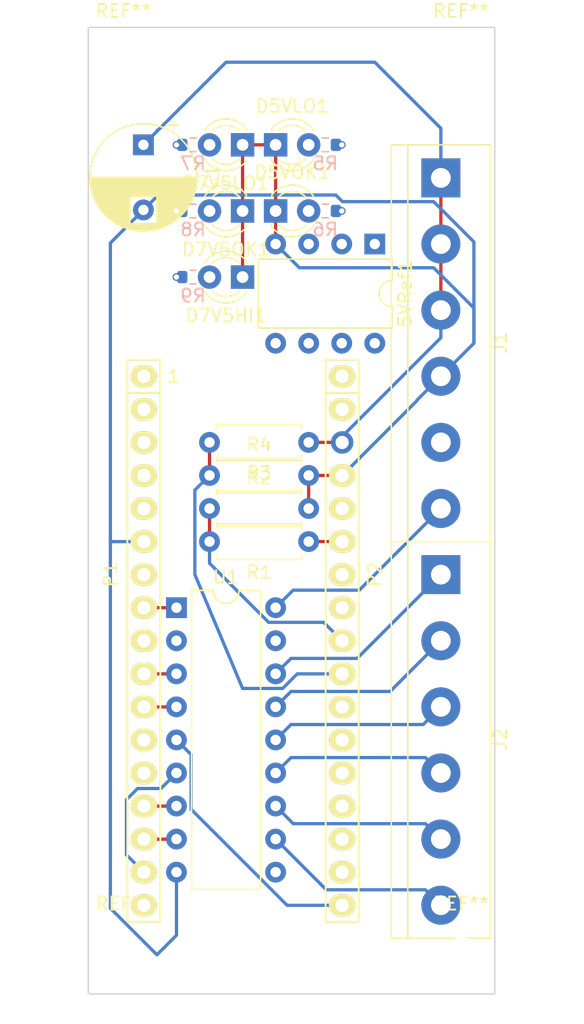
<source format=kicad_pcb>
(kicad_pcb (version 20171130) (host pcbnew 5.1.9+dfsg1-1)

  (general
    (thickness 1.6)
    (drawings 18)
    (tracks 136)
    (zones 0)
    (modules 25)
    (nets 50)
  )

  (page A4)
  (title_block
    (date "sam. 04 avril 2015")
  )

  (layers
    (0 F.Cu signal)
    (1 In1.Cu signal)
    (2 In2.Cu signal)
    (31 B.Cu signal)
    (32 B.Adhes user)
    (33 F.Adhes user)
    (34 B.Paste user)
    (35 F.Paste user)
    (36 B.SilkS user)
    (37 F.SilkS user)
    (38 B.Mask user)
    (39 F.Mask user)
    (40 Dwgs.User user)
    (41 Cmts.User user)
    (42 Eco1.User user)
    (43 Eco2.User user)
    (44 Edge.Cuts user)
    (45 Margin user)
    (46 B.CrtYd user)
    (47 F.CrtYd user)
    (48 B.Fab user)
    (49 F.Fab user)
  )

  (setup
    (last_trace_width 0.25)
    (trace_clearance 0.2)
    (zone_clearance 0.508)
    (zone_45_only no)
    (trace_min 0.2)
    (via_size 0.6)
    (via_drill 0.4)
    (via_min_size 0.4)
    (via_min_drill 0.3)
    (uvia_size 0.3)
    (uvia_drill 0.1)
    (uvias_allowed no)
    (uvia_min_size 0.2)
    (uvia_min_drill 0.1)
    (edge_width 0.1)
    (segment_width 0.15)
    (pcb_text_width 0.3)
    (pcb_text_size 1.5 1.5)
    (mod_edge_width 0.15)
    (mod_text_size 1 1)
    (mod_text_width 0.15)
    (pad_size 3 3)
    (pad_drill 1.52)
    (pad_to_mask_clearance 0)
    (aux_axis_origin 136.573 111.966)
    (grid_origin 137 111.5)
    (visible_elements FFFFFF7F)
    (pcbplotparams
      (layerselection 0x00030_80000001)
      (usegerberextensions false)
      (usegerberattributes true)
      (usegerberadvancedattributes true)
      (creategerberjobfile true)
      (excludeedgelayer true)
      (linewidth 0.100000)
      (plotframeref false)
      (viasonmask false)
      (mode 1)
      (useauxorigin false)
      (hpglpennumber 1)
      (hpglpenspeed 20)
      (hpglpendiameter 15.000000)
      (psnegative false)
      (psa4output false)
      (plotreference true)
      (plotvalue true)
      (plotinvisibletext false)
      (padsonsilk false)
      (subtractmaskfromsilk false)
      (outputformat 1)
      (mirror false)
      (drillshape 1)
      (scaleselection 1)
      (outputdirectory ""))
  )

  (net 0 "")
  (net 1 /MOSI)
  (net 2 /SS)
  (net 3 /Reset)
  (net 4 GND)
  (net 5 "/2(SDA)")
  (net 6 "/4(A6)")
  (net 7 "/5(**)")
  (net 8 "/6(**/A7)")
  (net 9 "/9(**/A9)")
  (net 10 "/11(**)")
  (net 11 /SCK)
  (net 12 /MISO)
  (net 13 +5V)
  (net 14 /A1)
  (net 15 /A0)
  (net 16 /AREF)
  (net 17 "/13(**)")
  (net 18 "/1(Tx1)")
  (net 19 "/0(Rx1)")
  (net 20 "Net-(P2-Pad7)")
  (net 21 "Net-(P2-Pad8)")
  (net 22 +3V3)
  (net 23 "/DO3(PWM)")
  (net 24 "/10(**\\A10)")
  (net 25 +7.5V)
  (net 26 "Net-(5VRef1-Pad8)")
  (net 27 "Net-(5VRef1-Pad7)")
  (net 28 "Net-(5VRef1-Pad3)")
  (net 29 "Net-(5VRef1-Pad5)")
  (net 30 "Net-(5VRef1-Pad1)")
  (net 31 "Net-(D5VLO1-Pad2)")
  (net 32 "Net-(D5VOK1-Pad2)")
  (net 33 /EffectLED7)
  (net 34 /EffectLED1)
  (net 35 /EffectLED2)
  (net 36 /EffectLED3)
  (net 37 /EffectLED6)
  (net 38 /EffectLED4)
  (net 39 /EffectLED5)
  (net 40 "/A5(5VMEAS)")
  (net 41 "/A4(7V5MEAS)")
  (net 42 "/A3(D5VOKIO)")
  (net 43 "/A2(D5VLOIO)")
  (net 44 "Net-(D7V5HI1-Pad2)")
  (net 45 "Net-(D7V5LO1-Pad2)")
  (net 46 "Net-(D7V5OK1-Pad2)")
  (net 47 "/7(7V5LOIO)")
  (net 48 "/8(7V5OKIO)")
  (net 49 "/12(7V5HIIO)")

  (net_class Default "This is the default net class."
    (clearance 0.2)
    (trace_width 0.25)
    (via_dia 0.6)
    (via_drill 0.4)
    (uvia_dia 0.3)
    (uvia_drill 0.1)
    (add_net +3V3)
    (add_net +5V)
    (add_net +7.5V)
    (add_net "/0(Rx1)")
    (add_net "/1(Tx1)")
    (add_net "/10(**\\A10)")
    (add_net "/11(**)")
    (add_net "/12(7V5HIIO)")
    (add_net "/13(**)")
    (add_net "/2(SDA)")
    (add_net "/4(A6)")
    (add_net "/5(**)")
    (add_net "/6(**/A7)")
    (add_net "/7(7V5LOIO)")
    (add_net "/8(7V5OKIO)")
    (add_net "/9(**/A9)")
    (add_net /A0)
    (add_net /A1)
    (add_net "/A2(D5VLOIO)")
    (add_net "/A3(D5VOKIO)")
    (add_net "/A4(7V5MEAS)")
    (add_net "/A5(5VMEAS)")
    (add_net /AREF)
    (add_net "/DO3(PWM)")
    (add_net /EffectLED1)
    (add_net /EffectLED2)
    (add_net /EffectLED3)
    (add_net /EffectLED4)
    (add_net /EffectLED5)
    (add_net /EffectLED6)
    (add_net /EffectLED7)
    (add_net /MISO)
    (add_net /MOSI)
    (add_net /Reset)
    (add_net /SCK)
    (add_net /SS)
    (add_net GND)
    (add_net "Net-(5VRef1-Pad1)")
    (add_net "Net-(5VRef1-Pad3)")
    (add_net "Net-(5VRef1-Pad5)")
    (add_net "Net-(5VRef1-Pad7)")
    (add_net "Net-(5VRef1-Pad8)")
    (add_net "Net-(D5VLO1-Pad2)")
    (add_net "Net-(D5VOK1-Pad2)")
    (add_net "Net-(D7V5HI1-Pad2)")
    (add_net "Net-(D7V5LO1-Pad2)")
    (add_net "Net-(D7V5OK1-Pad2)")
    (add_net "Net-(P2-Pad7)")
    (add_net "Net-(P2-Pad8)")
  )

  (module TerminalBlock:TerminalBlock_bornier-6_P5.08mm (layer F.Cu) (tedit 615FF005) (tstamp 615F6DDB)
    (at 159.86 55.62 270)
    (descr "simple 6pin terminal block, pitch 5.08mm, revamped version of bornier6")
    (tags "terminal block bornier6")
    (fp_text reference J1 (at 12.65 -4.55 90) (layer F.SilkS)
      (effects (font (size 1 1) (thickness 0.15)))
    )
    (fp_text value TerminalBlock_bornier-6_P5.08mm (at 12.7 4.75 90) (layer F.Fab)
      (effects (font (size 1 1) (thickness 0.15)))
    )
    (fp_line (start 28.15 4) (end -2.75 4) (layer F.CrtYd) (width 0.05))
    (fp_line (start 28.15 4) (end 28.15 -4) (layer F.CrtYd) (width 0.05))
    (fp_line (start -2.75 -4) (end -2.75 4) (layer F.CrtYd) (width 0.05))
    (fp_line (start -2.75 -4) (end 28.15 -4) (layer F.CrtYd) (width 0.05))
    (fp_line (start -2.54 3.81) (end 27.94 3.81) (layer F.SilkS) (width 0.12))
    (fp_line (start -2.54 -3.81) (end 27.94 -3.81) (layer F.SilkS) (width 0.12))
    (fp_line (start -2.54 2.54) (end 27.94 2.54) (layer F.SilkS) (width 0.12))
    (fp_line (start 27.94 3.81) (end 27.94 -3.81) (layer F.SilkS) (width 0.12))
    (fp_line (start -2.54 -3.81) (end -2.54 3.81) (layer F.SilkS) (width 0.12))
    (fp_line (start 27.9 -3.75) (end -2.5 -3.75) (layer F.Fab) (width 0.1))
    (fp_line (start 27.9 3.75) (end 27.9 -3.75) (layer F.Fab) (width 0.1))
    (fp_line (start -2.5 3.75) (end 27.9 3.75) (layer F.Fab) (width 0.1))
    (fp_line (start -2.5 -3.75) (end -2.5 3.75) (layer F.Fab) (width 0.1))
    (fp_line (start -2.5 2.55) (end 27.9 2.55) (layer F.Fab) (width 0.1))
    (fp_text user %R (at 12.7 0 90) (layer F.Fab)
      (effects (font (size 1 1) (thickness 0.15)))
    )
    (pad 6 thru_hole circle (at 25.4 0 270) (size 3 3) (drill 1.52) (layers *.Cu *.Mask)
      (net 33 /EffectLED7))
    (pad 5 thru_hole circle (at 20.32 0 270) (size 3 3) (drill 1.52) (layers *.Cu *.Mask))
    (pad 4 thru_hole circle (at 15.24 0 270) (size 3 3) (drill 1.52) (layers *.Cu *.Mask)
      (net 4 GND))
    (pad 1 thru_hole rect (at 0 0 270) (size 3 3) (drill 1.52) (layers *.Cu *.Mask)
      (net 25 +7.5V))
    (pad 3 thru_hole circle (at 10.16 0 270) (size 3 3) (drill 1.52) (layers *.Cu *.Mask)
      (net 25 +7.5V))
    (pad 2 thru_hole circle (at 5.08 0 270) (size 3 3) (drill 1.52) (layers *.Cu *.Mask)
      (net 25 +7.5V))
    (model ${KISYS3DMOD}/TerminalBlock.3dshapes/TerminalBlock_bornier-6_P5.08mm.wrl
      (offset (xyz 12.69999980926514 0 0))
      (scale (xyz 1 1 1))
      (rotate (xyz 0 0 0))
    )
  )

  (module Resistor_THT:R_Axial_DIN0207_L6.3mm_D2.5mm_P7.62mm_Horizontal (layer F.Cu) (tedit 5AE5139B) (tstamp 61608768)
    (at 142.08 78.48)
    (descr "Resistor, Axial_DIN0207 series, Axial, Horizontal, pin pitch=7.62mm, 0.25W = 1/4W, length*diameter=6.3*2.5mm^2, http://cdn-reichelt.de/documents/datenblatt/B400/1_4W%23YAG.pdf")
    (tags "Resistor Axial_DIN0207 series Axial Horizontal pin pitch 7.62mm 0.25W = 1/4W length 6.3mm diameter 2.5mm")
    (path /6183C60D)
    (fp_text reference R4 (at 3.81 -2.37) (layer F.SilkS)
      (effects (font (size 1 1) (thickness 0.15)))
    )
    (fp_text value 10kR (at 3.81 2.37) (layer F.Fab)
      (effects (font (size 1 1) (thickness 0.15)))
    )
    (fp_text user %R (at 3.81 0) (layer F.Fab)
      (effects (font (size 1 1) (thickness 0.15)))
    )
    (fp_line (start 0.66 -1.25) (end 0.66 1.25) (layer F.Fab) (width 0.1))
    (fp_line (start 0.66 1.25) (end 6.96 1.25) (layer F.Fab) (width 0.1))
    (fp_line (start 6.96 1.25) (end 6.96 -1.25) (layer F.Fab) (width 0.1))
    (fp_line (start 6.96 -1.25) (end 0.66 -1.25) (layer F.Fab) (width 0.1))
    (fp_line (start 0 0) (end 0.66 0) (layer F.Fab) (width 0.1))
    (fp_line (start 7.62 0) (end 6.96 0) (layer F.Fab) (width 0.1))
    (fp_line (start 0.54 -1.04) (end 0.54 -1.37) (layer F.SilkS) (width 0.12))
    (fp_line (start 0.54 -1.37) (end 7.08 -1.37) (layer F.SilkS) (width 0.12))
    (fp_line (start 7.08 -1.37) (end 7.08 -1.04) (layer F.SilkS) (width 0.12))
    (fp_line (start 0.54 1.04) (end 0.54 1.37) (layer F.SilkS) (width 0.12))
    (fp_line (start 0.54 1.37) (end 7.08 1.37) (layer F.SilkS) (width 0.12))
    (fp_line (start 7.08 1.37) (end 7.08 1.04) (layer F.SilkS) (width 0.12))
    (fp_line (start -1.05 -1.5) (end -1.05 1.5) (layer F.CrtYd) (width 0.05))
    (fp_line (start -1.05 1.5) (end 8.67 1.5) (layer F.CrtYd) (width 0.05))
    (fp_line (start 8.67 1.5) (end 8.67 -1.5) (layer F.CrtYd) (width 0.05))
    (fp_line (start 8.67 -1.5) (end -1.05 -1.5) (layer F.CrtYd) (width 0.05))
    (pad 2 thru_hole oval (at 7.62 0) (size 1.6 1.6) (drill 0.8) (layers *.Cu *.Mask)
      (net 4 GND))
    (pad 1 thru_hole circle (at 0 0) (size 1.6 1.6) (drill 0.8) (layers *.Cu *.Mask)
      (net 41 "/A4(7V5MEAS)"))
    (model ${KISYS3DMOD}/Resistor_THT.3dshapes/R_Axial_DIN0207_L6.3mm_D2.5mm_P7.62mm_Horizontal.wrl
      (at (xyz 0 0 0))
      (scale (xyz 1 1 1))
      (rotate (xyz 0 0 0))
    )
  )

  (module Resistor_THT:R_Axial_DIN0207_L6.3mm_D2.5mm_P7.62mm_Horizontal (layer F.Cu) (tedit 5AE5139B) (tstamp 61608751)
    (at 149.7 75.94 180)
    (descr "Resistor, Axial_DIN0207 series, Axial, Horizontal, pin pitch=7.62mm, 0.25W = 1/4W, length*diameter=6.3*2.5mm^2, http://cdn-reichelt.de/documents/datenblatt/B400/1_4W%23YAG.pdf")
    (tags "Resistor Axial_DIN0207 series Axial Horizontal pin pitch 7.62mm 0.25W = 1/4W length 6.3mm diameter 2.5mm")
    (path /61807C55)
    (fp_text reference R3 (at 3.81 -2.37) (layer F.SilkS)
      (effects (font (size 1 1) (thickness 0.15)))
    )
    (fp_text value 22kR (at 3.81 2.37) (layer F.Fab)
      (effects (font (size 1 1) (thickness 0.15)))
    )
    (fp_text user %R (at 3.81 0) (layer F.Fab)
      (effects (font (size 1 1) (thickness 0.15)))
    )
    (fp_line (start 0.66 -1.25) (end 0.66 1.25) (layer F.Fab) (width 0.1))
    (fp_line (start 0.66 1.25) (end 6.96 1.25) (layer F.Fab) (width 0.1))
    (fp_line (start 6.96 1.25) (end 6.96 -1.25) (layer F.Fab) (width 0.1))
    (fp_line (start 6.96 -1.25) (end 0.66 -1.25) (layer F.Fab) (width 0.1))
    (fp_line (start 0 0) (end 0.66 0) (layer F.Fab) (width 0.1))
    (fp_line (start 7.62 0) (end 6.96 0) (layer F.Fab) (width 0.1))
    (fp_line (start 0.54 -1.04) (end 0.54 -1.37) (layer F.SilkS) (width 0.12))
    (fp_line (start 0.54 -1.37) (end 7.08 -1.37) (layer F.SilkS) (width 0.12))
    (fp_line (start 7.08 -1.37) (end 7.08 -1.04) (layer F.SilkS) (width 0.12))
    (fp_line (start 0.54 1.04) (end 0.54 1.37) (layer F.SilkS) (width 0.12))
    (fp_line (start 0.54 1.37) (end 7.08 1.37) (layer F.SilkS) (width 0.12))
    (fp_line (start 7.08 1.37) (end 7.08 1.04) (layer F.SilkS) (width 0.12))
    (fp_line (start -1.05 -1.5) (end -1.05 1.5) (layer F.CrtYd) (width 0.05))
    (fp_line (start -1.05 1.5) (end 8.67 1.5) (layer F.CrtYd) (width 0.05))
    (fp_line (start 8.67 1.5) (end 8.67 -1.5) (layer F.CrtYd) (width 0.05))
    (fp_line (start 8.67 -1.5) (end -1.05 -1.5) (layer F.CrtYd) (width 0.05))
    (pad 2 thru_hole oval (at 7.62 0 180) (size 1.6 1.6) (drill 0.8) (layers *.Cu *.Mask)
      (net 41 "/A4(7V5MEAS)"))
    (pad 1 thru_hole circle (at 0 0 180) (size 1.6 1.6) (drill 0.8) (layers *.Cu *.Mask)
      (net 25 +7.5V))
    (model ${KISYS3DMOD}/Resistor_THT.3dshapes/R_Axial_DIN0207_L6.3mm_D2.5mm_P7.62mm_Horizontal.wrl
      (at (xyz 0 0 0))
      (scale (xyz 1 1 1))
      (rotate (xyz 0 0 0))
    )
  )

  (module Resistor_THT:R_Axial_DIN0207_L6.3mm_D2.5mm_P7.62mm_Horizontal (layer F.Cu) (tedit 5AE5139B) (tstamp 6160873A)
    (at 142.08 81.02)
    (descr "Resistor, Axial_DIN0207 series, Axial, Horizontal, pin pitch=7.62mm, 0.25W = 1/4W, length*diameter=6.3*2.5mm^2, http://cdn-reichelt.de/documents/datenblatt/B400/1_4W%23YAG.pdf")
    (tags "Resistor Axial_DIN0207 series Axial Horizontal pin pitch 7.62mm 0.25W = 1/4W length 6.3mm diameter 2.5mm")
    (path /618075DC)
    (fp_text reference R2 (at 3.81 -2.37) (layer F.SilkS)
      (effects (font (size 1 1) (thickness 0.15)))
    )
    (fp_text value 10kR (at 3.81 2.37) (layer F.Fab)
      (effects (font (size 1 1) (thickness 0.15)))
    )
    (fp_text user %R (at 3.81 0) (layer F.Fab)
      (effects (font (size 1 1) (thickness 0.15)))
    )
    (fp_line (start 0.66 -1.25) (end 0.66 1.25) (layer F.Fab) (width 0.1))
    (fp_line (start 0.66 1.25) (end 6.96 1.25) (layer F.Fab) (width 0.1))
    (fp_line (start 6.96 1.25) (end 6.96 -1.25) (layer F.Fab) (width 0.1))
    (fp_line (start 6.96 -1.25) (end 0.66 -1.25) (layer F.Fab) (width 0.1))
    (fp_line (start 0 0) (end 0.66 0) (layer F.Fab) (width 0.1))
    (fp_line (start 7.62 0) (end 6.96 0) (layer F.Fab) (width 0.1))
    (fp_line (start 0.54 -1.04) (end 0.54 -1.37) (layer F.SilkS) (width 0.12))
    (fp_line (start 0.54 -1.37) (end 7.08 -1.37) (layer F.SilkS) (width 0.12))
    (fp_line (start 7.08 -1.37) (end 7.08 -1.04) (layer F.SilkS) (width 0.12))
    (fp_line (start 0.54 1.04) (end 0.54 1.37) (layer F.SilkS) (width 0.12))
    (fp_line (start 0.54 1.37) (end 7.08 1.37) (layer F.SilkS) (width 0.12))
    (fp_line (start 7.08 1.37) (end 7.08 1.04) (layer F.SilkS) (width 0.12))
    (fp_line (start -1.05 -1.5) (end -1.05 1.5) (layer F.CrtYd) (width 0.05))
    (fp_line (start -1.05 1.5) (end 8.67 1.5) (layer F.CrtYd) (width 0.05))
    (fp_line (start 8.67 1.5) (end 8.67 -1.5) (layer F.CrtYd) (width 0.05))
    (fp_line (start 8.67 -1.5) (end -1.05 -1.5) (layer F.CrtYd) (width 0.05))
    (pad 2 thru_hole oval (at 7.62 0) (size 1.6 1.6) (drill 0.8) (layers *.Cu *.Mask)
      (net 4 GND))
    (pad 1 thru_hole circle (at 0 0) (size 1.6 1.6) (drill 0.8) (layers *.Cu *.Mask)
      (net 40 "/A5(5VMEAS)"))
    (model ${KISYS3DMOD}/Resistor_THT.3dshapes/R_Axial_DIN0207_L6.3mm_D2.5mm_P7.62mm_Horizontal.wrl
      (at (xyz 0 0 0))
      (scale (xyz 1 1 1))
      (rotate (xyz 0 0 0))
    )
  )

  (module Resistor_THT:R_Axial_DIN0207_L6.3mm_D2.5mm_P7.62mm_Horizontal (layer F.Cu) (tedit 5AE5139B) (tstamp 61608723)
    (at 149.7 83.56 180)
    (descr "Resistor, Axial_DIN0207 series, Axial, Horizontal, pin pitch=7.62mm, 0.25W = 1/4W, length*diameter=6.3*2.5mm^2, http://cdn-reichelt.de/documents/datenblatt/B400/1_4W%23YAG.pdf")
    (tags "Resistor Axial_DIN0207 series Axial Horizontal pin pitch 7.62mm 0.25W = 1/4W length 6.3mm diameter 2.5mm")
    (path /61806F4F)
    (fp_text reference R1 (at 3.81 -2.37) (layer F.SilkS)
      (effects (font (size 1 1) (thickness 0.15)))
    )
    (fp_text value 10kR (at 3.81 2.37) (layer F.Fab)
      (effects (font (size 1 1) (thickness 0.15)))
    )
    (fp_text user %R (at 3.81 0) (layer F.Fab)
      (effects (font (size 1 1) (thickness 0.15)))
    )
    (fp_line (start 0.66 -1.25) (end 0.66 1.25) (layer F.Fab) (width 0.1))
    (fp_line (start 0.66 1.25) (end 6.96 1.25) (layer F.Fab) (width 0.1))
    (fp_line (start 6.96 1.25) (end 6.96 -1.25) (layer F.Fab) (width 0.1))
    (fp_line (start 6.96 -1.25) (end 0.66 -1.25) (layer F.Fab) (width 0.1))
    (fp_line (start 0 0) (end 0.66 0) (layer F.Fab) (width 0.1))
    (fp_line (start 7.62 0) (end 6.96 0) (layer F.Fab) (width 0.1))
    (fp_line (start 0.54 -1.04) (end 0.54 -1.37) (layer F.SilkS) (width 0.12))
    (fp_line (start 0.54 -1.37) (end 7.08 -1.37) (layer F.SilkS) (width 0.12))
    (fp_line (start 7.08 -1.37) (end 7.08 -1.04) (layer F.SilkS) (width 0.12))
    (fp_line (start 0.54 1.04) (end 0.54 1.37) (layer F.SilkS) (width 0.12))
    (fp_line (start 0.54 1.37) (end 7.08 1.37) (layer F.SilkS) (width 0.12))
    (fp_line (start 7.08 1.37) (end 7.08 1.04) (layer F.SilkS) (width 0.12))
    (fp_line (start -1.05 -1.5) (end -1.05 1.5) (layer F.CrtYd) (width 0.05))
    (fp_line (start -1.05 1.5) (end 8.67 1.5) (layer F.CrtYd) (width 0.05))
    (fp_line (start 8.67 1.5) (end 8.67 -1.5) (layer F.CrtYd) (width 0.05))
    (fp_line (start 8.67 -1.5) (end -1.05 -1.5) (layer F.CrtYd) (width 0.05))
    (pad 2 thru_hole oval (at 7.62 0 180) (size 1.6 1.6) (drill 0.8) (layers *.Cu *.Mask)
      (net 40 "/A5(5VMEAS)"))
    (pad 1 thru_hole circle (at 0 0 180) (size 1.6 1.6) (drill 0.8) (layers *.Cu *.Mask)
      (net 13 +5V))
    (model ${KISYS3DMOD}/Resistor_THT.3dshapes/R_Axial_DIN0207_L6.3mm_D2.5mm_P7.62mm_Horizontal.wrl
      (at (xyz 0 0 0))
      (scale (xyz 1 1 1))
      (rotate (xyz 0 0 0))
    )
  )

  (module Resistor_SMD:R_0603_1608Metric (layer B.Cu) (tedit 5F68FEEE) (tstamp 6160A26D)
    (at 140.81 63.24)
    (descr "Resistor SMD 0603 (1608 Metric), square (rectangular) end terminal, IPC_7351 nominal, (Body size source: IPC-SM-782 page 72, https://www.pcb-3d.com/wordpress/wp-content/uploads/ipc-sm-782a_amendment_1_and_2.pdf), generated with kicad-footprint-generator")
    (tags resistor)
    (path /619356DA)
    (attr smd)
    (fp_text reference R9 (at 0 1.43) (layer B.SilkS)
      (effects (font (size 1 1) (thickness 0.15)) (justify mirror))
    )
    (fp_text value 1kR (at 0 -1.43) (layer B.Fab)
      (effects (font (size 1 1) (thickness 0.15)) (justify mirror))
    )
    (fp_text user %R (at 0 0) (layer B.Fab)
      (effects (font (size 0.4 0.4) (thickness 0.06)) (justify mirror))
    )
    (fp_line (start -0.8 -0.4125) (end -0.8 0.4125) (layer B.Fab) (width 0.1))
    (fp_line (start -0.8 0.4125) (end 0.8 0.4125) (layer B.Fab) (width 0.1))
    (fp_line (start 0.8 0.4125) (end 0.8 -0.4125) (layer B.Fab) (width 0.1))
    (fp_line (start 0.8 -0.4125) (end -0.8 -0.4125) (layer B.Fab) (width 0.1))
    (fp_line (start -0.237258 0.5225) (end 0.237258 0.5225) (layer B.SilkS) (width 0.12))
    (fp_line (start -0.237258 -0.5225) (end 0.237258 -0.5225) (layer B.SilkS) (width 0.12))
    (fp_line (start -1.48 -0.73) (end -1.48 0.73) (layer B.CrtYd) (width 0.05))
    (fp_line (start -1.48 0.73) (end 1.48 0.73) (layer B.CrtYd) (width 0.05))
    (fp_line (start 1.48 0.73) (end 1.48 -0.73) (layer B.CrtYd) (width 0.05))
    (fp_line (start 1.48 -0.73) (end -1.48 -0.73) (layer B.CrtYd) (width 0.05))
    (pad 2 smd roundrect (at 0.825 0) (size 0.8 0.95) (layers B.Cu B.Paste B.Mask) (roundrect_rratio 0.25)
      (net 44 "Net-(D7V5HI1-Pad2)"))
    (pad 1 smd roundrect (at -0.825 0) (size 0.8 0.95) (layers B.Cu B.Paste B.Mask) (roundrect_rratio 0.25)
      (net 49 "/12(7V5HIIO)"))
    (model ${KISYS3DMOD}/Resistor_SMD.3dshapes/R_0603_1608Metric.wrl
      (at (xyz 0 0 0))
      (scale (xyz 1 1 1))
      (rotate (xyz 0 0 0))
    )
  )

  (module Resistor_SMD:R_0603_1608Metric (layer B.Cu) (tedit 5F68FEEE) (tstamp 61606AFA)
    (at 140.81 58.16)
    (descr "Resistor SMD 0603 (1608 Metric), square (rectangular) end terminal, IPC_7351 nominal, (Body size source: IPC-SM-782 page 72, https://www.pcb-3d.com/wordpress/wp-content/uploads/ipc-sm-782a_amendment_1_and_2.pdf), generated with kicad-footprint-generator")
    (tags resistor)
    (path /61931587)
    (attr smd)
    (fp_text reference R8 (at 0 1.43) (layer B.SilkS)
      (effects (font (size 1 1) (thickness 0.15)) (justify mirror))
    )
    (fp_text value 1kR (at 0 -1.43) (layer B.Fab)
      (effects (font (size 1 1) (thickness 0.15)) (justify mirror))
    )
    (fp_line (start 1.48 -0.73) (end -1.48 -0.73) (layer B.CrtYd) (width 0.05))
    (fp_line (start 1.48 0.73) (end 1.48 -0.73) (layer B.CrtYd) (width 0.05))
    (fp_line (start -1.48 0.73) (end 1.48 0.73) (layer B.CrtYd) (width 0.05))
    (fp_line (start -1.48 -0.73) (end -1.48 0.73) (layer B.CrtYd) (width 0.05))
    (fp_line (start -0.237258 -0.5225) (end 0.237258 -0.5225) (layer B.SilkS) (width 0.12))
    (fp_line (start -0.237258 0.5225) (end 0.237258 0.5225) (layer B.SilkS) (width 0.12))
    (fp_line (start 0.8 -0.4125) (end -0.8 -0.4125) (layer B.Fab) (width 0.1))
    (fp_line (start 0.8 0.4125) (end 0.8 -0.4125) (layer B.Fab) (width 0.1))
    (fp_line (start -0.8 0.4125) (end 0.8 0.4125) (layer B.Fab) (width 0.1))
    (fp_line (start -0.8 -0.4125) (end -0.8 0.4125) (layer B.Fab) (width 0.1))
    (fp_text user %R (at 0 0) (layer B.Fab)
      (effects (font (size 0.4 0.4) (thickness 0.06)) (justify mirror))
    )
    (pad 1 smd roundrect (at -0.825 0) (size 0.8 0.95) (layers B.Cu B.Paste B.Mask) (roundrect_rratio 0.25)
      (net 48 "/8(7V5OKIO)"))
    (pad 2 smd roundrect (at 0.825 0) (size 0.8 0.95) (layers B.Cu B.Paste B.Mask) (roundrect_rratio 0.25)
      (net 46 "Net-(D7V5OK1-Pad2)"))
    (model ${KISYS3DMOD}/Resistor_SMD.3dshapes/R_0603_1608Metric.wrl
      (at (xyz 0 0 0))
      (scale (xyz 1 1 1))
      (rotate (xyz 0 0 0))
    )
  )

  (module Resistor_SMD:R_0603_1608Metric (layer B.Cu) (tedit 5F68FEEE) (tstamp 61606AE9)
    (at 140.81 53.08)
    (descr "Resistor SMD 0603 (1608 Metric), square (rectangular) end terminal, IPC_7351 nominal, (Body size source: IPC-SM-782 page 72, https://www.pcb-3d.com/wordpress/wp-content/uploads/ipc-sm-782a_amendment_1_and_2.pdf), generated with kicad-footprint-generator")
    (tags resistor)
    (path /61926B34)
    (attr smd)
    (fp_text reference R7 (at 0 1.43) (layer B.SilkS)
      (effects (font (size 1 1) (thickness 0.15)) (justify mirror))
    )
    (fp_text value 1kR (at 0 -1.43) (layer B.Fab)
      (effects (font (size 1 1) (thickness 0.15)) (justify mirror))
    )
    (fp_text user %R (at 0 0) (layer B.Fab)
      (effects (font (size 0.4 0.4) (thickness 0.06)) (justify mirror))
    )
    (fp_line (start -0.8 -0.4125) (end -0.8 0.4125) (layer B.Fab) (width 0.1))
    (fp_line (start -0.8 0.4125) (end 0.8 0.4125) (layer B.Fab) (width 0.1))
    (fp_line (start 0.8 0.4125) (end 0.8 -0.4125) (layer B.Fab) (width 0.1))
    (fp_line (start 0.8 -0.4125) (end -0.8 -0.4125) (layer B.Fab) (width 0.1))
    (fp_line (start -0.237258 0.5225) (end 0.237258 0.5225) (layer B.SilkS) (width 0.12))
    (fp_line (start -0.237258 -0.5225) (end 0.237258 -0.5225) (layer B.SilkS) (width 0.12))
    (fp_line (start -1.48 -0.73) (end -1.48 0.73) (layer B.CrtYd) (width 0.05))
    (fp_line (start -1.48 0.73) (end 1.48 0.73) (layer B.CrtYd) (width 0.05))
    (fp_line (start 1.48 0.73) (end 1.48 -0.73) (layer B.CrtYd) (width 0.05))
    (fp_line (start 1.48 -0.73) (end -1.48 -0.73) (layer B.CrtYd) (width 0.05))
    (pad 2 smd roundrect (at 0.825 0) (size 0.8 0.95) (layers B.Cu B.Paste B.Mask) (roundrect_rratio 0.25)
      (net 45 "Net-(D7V5LO1-Pad2)"))
    (pad 1 smd roundrect (at -0.825 0) (size 0.8 0.95) (layers B.Cu B.Paste B.Mask) (roundrect_rratio 0.25)
      (net 47 "/7(7V5LOIO)"))
    (model ${KISYS3DMOD}/Resistor_SMD.3dshapes/R_0603_1608Metric.wrl
      (at (xyz 0 0 0))
      (scale (xyz 1 1 1))
      (rotate (xyz 0 0 0))
    )
  )

  (module Resistor_SMD:R_0603_1608Metric (layer B.Cu) (tedit 5F68FEEE) (tstamp 61606AD8)
    (at 150.97 58.16)
    (descr "Resistor SMD 0603 (1608 Metric), square (rectangular) end terminal, IPC_7351 nominal, (Body size source: IPC-SM-782 page 72, https://www.pcb-3d.com/wordpress/wp-content/uploads/ipc-sm-782a_amendment_1_and_2.pdf), generated with kicad-footprint-generator")
    (tags resistor)
    (path /61621985)
    (attr smd)
    (fp_text reference R6 (at 0 1.43) (layer B.SilkS)
      (effects (font (size 1 1) (thickness 0.15)) (justify mirror))
    )
    (fp_text value 1kR (at 0 -1.43) (layer B.Fab)
      (effects (font (size 1 1) (thickness 0.15)) (justify mirror))
    )
    (fp_text user %R (at 0 0) (layer B.Fab)
      (effects (font (size 0.4 0.4) (thickness 0.06)) (justify mirror))
    )
    (fp_line (start -0.8 -0.4125) (end -0.8 0.4125) (layer B.Fab) (width 0.1))
    (fp_line (start -0.8 0.4125) (end 0.8 0.4125) (layer B.Fab) (width 0.1))
    (fp_line (start 0.8 0.4125) (end 0.8 -0.4125) (layer B.Fab) (width 0.1))
    (fp_line (start 0.8 -0.4125) (end -0.8 -0.4125) (layer B.Fab) (width 0.1))
    (fp_line (start -0.237258 0.5225) (end 0.237258 0.5225) (layer B.SilkS) (width 0.12))
    (fp_line (start -0.237258 -0.5225) (end 0.237258 -0.5225) (layer B.SilkS) (width 0.12))
    (fp_line (start -1.48 -0.73) (end -1.48 0.73) (layer B.CrtYd) (width 0.05))
    (fp_line (start -1.48 0.73) (end 1.48 0.73) (layer B.CrtYd) (width 0.05))
    (fp_line (start 1.48 0.73) (end 1.48 -0.73) (layer B.CrtYd) (width 0.05))
    (fp_line (start 1.48 -0.73) (end -1.48 -0.73) (layer B.CrtYd) (width 0.05))
    (pad 2 smd roundrect (at 0.825 0) (size 0.8 0.95) (layers B.Cu B.Paste B.Mask) (roundrect_rratio 0.25)
      (net 42 "/A3(D5VOKIO)"))
    (pad 1 smd roundrect (at -0.825 0) (size 0.8 0.95) (layers B.Cu B.Paste B.Mask) (roundrect_rratio 0.25)
      (net 32 "Net-(D5VOK1-Pad2)"))
    (model ${KISYS3DMOD}/Resistor_SMD.3dshapes/R_0603_1608Metric.wrl
      (at (xyz 0 0 0))
      (scale (xyz 1 1 1))
      (rotate (xyz 0 0 0))
    )
  )

  (module Resistor_SMD:R_0603_1608Metric (layer B.Cu) (tedit 5F68FEEE) (tstamp 61606AC7)
    (at 150.97 53.08)
    (descr "Resistor SMD 0603 (1608 Metric), square (rectangular) end terminal, IPC_7351 nominal, (Body size source: IPC-SM-782 page 72, https://www.pcb-3d.com/wordpress/wp-content/uploads/ipc-sm-782a_amendment_1_and_2.pdf), generated with kicad-footprint-generator")
    (tags resistor)
    (path /617995D0)
    (attr smd)
    (fp_text reference R5 (at 0 1.43) (layer B.SilkS)
      (effects (font (size 1 1) (thickness 0.15)) (justify mirror))
    )
    (fp_text value 1kR (at 0 -1.43) (layer B.Fab)
      (effects (font (size 1 1) (thickness 0.15)) (justify mirror))
    )
    (fp_text user %R (at 0 0) (layer B.Fab)
      (effects (font (size 0.4 0.4) (thickness 0.06)) (justify mirror))
    )
    (fp_line (start -0.8 -0.4125) (end -0.8 0.4125) (layer B.Fab) (width 0.1))
    (fp_line (start -0.8 0.4125) (end 0.8 0.4125) (layer B.Fab) (width 0.1))
    (fp_line (start 0.8 0.4125) (end 0.8 -0.4125) (layer B.Fab) (width 0.1))
    (fp_line (start 0.8 -0.4125) (end -0.8 -0.4125) (layer B.Fab) (width 0.1))
    (fp_line (start -0.237258 0.5225) (end 0.237258 0.5225) (layer B.SilkS) (width 0.12))
    (fp_line (start -0.237258 -0.5225) (end 0.237258 -0.5225) (layer B.SilkS) (width 0.12))
    (fp_line (start -1.48 -0.73) (end -1.48 0.73) (layer B.CrtYd) (width 0.05))
    (fp_line (start -1.48 0.73) (end 1.48 0.73) (layer B.CrtYd) (width 0.05))
    (fp_line (start 1.48 0.73) (end 1.48 -0.73) (layer B.CrtYd) (width 0.05))
    (fp_line (start 1.48 -0.73) (end -1.48 -0.73) (layer B.CrtYd) (width 0.05))
    (pad 2 smd roundrect (at 0.825 0) (size 0.8 0.95) (layers B.Cu B.Paste B.Mask) (roundrect_rratio 0.25)
      (net 43 "/A2(D5VLOIO)"))
    (pad 1 smd roundrect (at -0.825 0) (size 0.8 0.95) (layers B.Cu B.Paste B.Mask) (roundrect_rratio 0.25)
      (net 31 "Net-(D5VLO1-Pad2)"))
    (model ${KISYS3DMOD}/Resistor_SMD.3dshapes/R_0603_1608Metric.wrl
      (at (xyz 0 0 0))
      (scale (xyz 1 1 1))
      (rotate (xyz 0 0 0))
    )
  )

  (module LED_THT:LED_D3.0mm (layer F.Cu) (tedit 587A3A7B) (tstamp 616069CC)
    (at 144.62 58.16 180)
    (descr "LED, diameter 3.0mm, 2 pins")
    (tags "LED diameter 3.0mm 2 pins")
    (path /618B1DC2)
    (fp_text reference D7V5OK1 (at 1.27 -2.96) (layer F.SilkS)
      (effects (font (size 1 1) (thickness 0.15)))
    )
    (fp_text value LED (at 1.27 2.96) (layer F.Fab)
      (effects (font (size 1 1) (thickness 0.15)))
    )
    (fp_line (start 3.7 -2.25) (end -1.15 -2.25) (layer F.CrtYd) (width 0.05))
    (fp_line (start 3.7 2.25) (end 3.7 -2.25) (layer F.CrtYd) (width 0.05))
    (fp_line (start -1.15 2.25) (end 3.7 2.25) (layer F.CrtYd) (width 0.05))
    (fp_line (start -1.15 -2.25) (end -1.15 2.25) (layer F.CrtYd) (width 0.05))
    (fp_line (start -0.29 1.08) (end -0.29 1.236) (layer F.SilkS) (width 0.12))
    (fp_line (start -0.29 -1.236) (end -0.29 -1.08) (layer F.SilkS) (width 0.12))
    (fp_line (start -0.23 -1.16619) (end -0.23 1.16619) (layer F.Fab) (width 0.1))
    (fp_circle (center 1.27 0) (end 2.77 0) (layer F.Fab) (width 0.1))
    (fp_arc (start 1.27 0) (end -0.23 -1.16619) (angle 284.3) (layer F.Fab) (width 0.1))
    (fp_arc (start 1.27 0) (end -0.29 -1.235516) (angle 108.8) (layer F.SilkS) (width 0.12))
    (fp_arc (start 1.27 0) (end -0.29 1.235516) (angle -108.8) (layer F.SilkS) (width 0.12))
    (fp_arc (start 1.27 0) (end 0.229039 -1.08) (angle 87.9) (layer F.SilkS) (width 0.12))
    (fp_arc (start 1.27 0) (end 0.229039 1.08) (angle -87.9) (layer F.SilkS) (width 0.12))
    (pad 1 thru_hole rect (at 0 0 180) (size 1.8 1.8) (drill 0.9) (layers *.Cu *.Mask)
      (net 4 GND))
    (pad 2 thru_hole circle (at 2.54 0 180) (size 1.8 1.8) (drill 0.9) (layers *.Cu *.Mask)
      (net 46 "Net-(D7V5OK1-Pad2)"))
    (model ${KISYS3DMOD}/LED_THT.3dshapes/LED_D3.0mm.wrl
      (at (xyz 0 0 0))
      (scale (xyz 1 1 1))
      (rotate (xyz 0 0 0))
    )
  )

  (module LED_THT:LED_D3.0mm (layer F.Cu) (tedit 587A3A7B) (tstamp 6160BE2C)
    (at 144.62 53.08 180)
    (descr "LED, diameter 3.0mm, 2 pins")
    (tags "LED diameter 3.0mm 2 pins")
    (path /618B1922)
    (fp_text reference D7V5LO1 (at 1.27 -2.96) (layer F.SilkS)
      (effects (font (size 1 1) (thickness 0.15)))
    )
    (fp_text value LED (at 1.27 2.96) (layer F.Fab)
      (effects (font (size 1 1) (thickness 0.15)))
    )
    (fp_arc (start 1.27 0) (end 0.229039 1.08) (angle -87.9) (layer F.SilkS) (width 0.12))
    (fp_arc (start 1.27 0) (end 0.229039 -1.08) (angle 87.9) (layer F.SilkS) (width 0.12))
    (fp_arc (start 1.27 0) (end -0.29 1.235516) (angle -108.8) (layer F.SilkS) (width 0.12))
    (fp_arc (start 1.27 0) (end -0.29 -1.235516) (angle 108.8) (layer F.SilkS) (width 0.12))
    (fp_arc (start 1.27 0) (end -0.23 -1.16619) (angle 284.3) (layer F.Fab) (width 0.1))
    (fp_circle (center 1.27 0) (end 2.77 0) (layer F.Fab) (width 0.1))
    (fp_line (start -0.23 -1.16619) (end -0.23 1.16619) (layer F.Fab) (width 0.1))
    (fp_line (start -0.29 -1.236) (end -0.29 -1.08) (layer F.SilkS) (width 0.12))
    (fp_line (start -0.29 1.08) (end -0.29 1.236) (layer F.SilkS) (width 0.12))
    (fp_line (start -1.15 -2.25) (end -1.15 2.25) (layer F.CrtYd) (width 0.05))
    (fp_line (start -1.15 2.25) (end 3.7 2.25) (layer F.CrtYd) (width 0.05))
    (fp_line (start 3.7 2.25) (end 3.7 -2.25) (layer F.CrtYd) (width 0.05))
    (fp_line (start 3.7 -2.25) (end -1.15 -2.25) (layer F.CrtYd) (width 0.05))
    (pad 2 thru_hole circle (at 2.54 0 180) (size 1.8 1.8) (drill 0.9) (layers *.Cu *.Mask)
      (net 45 "Net-(D7V5LO1-Pad2)"))
    (pad 1 thru_hole rect (at 0 0 180) (size 1.8 1.8) (drill 0.9) (layers *.Cu *.Mask)
      (net 4 GND))
    (model ${KISYS3DMOD}/LED_THT.3dshapes/LED_D3.0mm.wrl
      (at (xyz 0 0 0))
      (scale (xyz 1 1 1))
      (rotate (xyz 0 0 0))
    )
  )

  (module LED_THT:LED_D3.0mm (layer F.Cu) (tedit 587A3A7B) (tstamp 616069A6)
    (at 144.62 63.24 180)
    (descr "LED, diameter 3.0mm, 2 pins")
    (tags "LED diameter 3.0mm 2 pins")
    (path /618B21C8)
    (fp_text reference D7V5HI1 (at 1.27 -2.96) (layer F.SilkS)
      (effects (font (size 1 1) (thickness 0.15)))
    )
    (fp_text value LED (at 1.27 2.96) (layer F.Fab)
      (effects (font (size 1 1) (thickness 0.15)))
    )
    (fp_arc (start 1.27 0) (end 0.229039 1.08) (angle -87.9) (layer F.SilkS) (width 0.12))
    (fp_arc (start 1.27 0) (end 0.229039 -1.08) (angle 87.9) (layer F.SilkS) (width 0.12))
    (fp_arc (start 1.27 0) (end -0.29 1.235516) (angle -108.8) (layer F.SilkS) (width 0.12))
    (fp_arc (start 1.27 0) (end -0.29 -1.235516) (angle 108.8) (layer F.SilkS) (width 0.12))
    (fp_arc (start 1.27 0) (end -0.23 -1.16619) (angle 284.3) (layer F.Fab) (width 0.1))
    (fp_circle (center 1.27 0) (end 2.77 0) (layer F.Fab) (width 0.1))
    (fp_line (start -0.23 -1.16619) (end -0.23 1.16619) (layer F.Fab) (width 0.1))
    (fp_line (start -0.29 -1.236) (end -0.29 -1.08) (layer F.SilkS) (width 0.12))
    (fp_line (start -0.29 1.08) (end -0.29 1.236) (layer F.SilkS) (width 0.12))
    (fp_line (start -1.15 -2.25) (end -1.15 2.25) (layer F.CrtYd) (width 0.05))
    (fp_line (start -1.15 2.25) (end 3.7 2.25) (layer F.CrtYd) (width 0.05))
    (fp_line (start 3.7 2.25) (end 3.7 -2.25) (layer F.CrtYd) (width 0.05))
    (fp_line (start 3.7 -2.25) (end -1.15 -2.25) (layer F.CrtYd) (width 0.05))
    (pad 2 thru_hole circle (at 2.54 0 180) (size 1.8 1.8) (drill 0.9) (layers *.Cu *.Mask)
      (net 44 "Net-(D7V5HI1-Pad2)"))
    (pad 1 thru_hole rect (at 0 0 180) (size 1.8 1.8) (drill 0.9) (layers *.Cu *.Mask)
      (net 4 GND))
    (model ${KISYS3DMOD}/LED_THT.3dshapes/LED_D3.0mm.wrl
      (at (xyz 0 0 0))
      (scale (xyz 1 1 1))
      (rotate (xyz 0 0 0))
    )
  )

  (module LED_THT:LED_D3.0mm (layer F.Cu) (tedit 587A3A7B) (tstamp 61606993)
    (at 147.16 58.16)
    (descr "LED, diameter 3.0mm, 2 pins")
    (tags "LED diameter 3.0mm 2 pins")
    (path /618B1088)
    (fp_text reference D5VOK1 (at 1.27 -2.96) (layer F.SilkS)
      (effects (font (size 1 1) (thickness 0.15)))
    )
    (fp_text value LED (at 1.27 2.96) (layer F.Fab)
      (effects (font (size 1 1) (thickness 0.15)))
    )
    (fp_arc (start 1.27 0) (end 0.229039 1.08) (angle -87.9) (layer F.SilkS) (width 0.12))
    (fp_arc (start 1.27 0) (end 0.229039 -1.08) (angle 87.9) (layer F.SilkS) (width 0.12))
    (fp_arc (start 1.27 0) (end -0.29 1.235516) (angle -108.8) (layer F.SilkS) (width 0.12))
    (fp_arc (start 1.27 0) (end -0.29 -1.235516) (angle 108.8) (layer F.SilkS) (width 0.12))
    (fp_arc (start 1.27 0) (end -0.23 -1.16619) (angle 284.3) (layer F.Fab) (width 0.1))
    (fp_circle (center 1.27 0) (end 2.77 0) (layer F.Fab) (width 0.1))
    (fp_line (start -0.23 -1.16619) (end -0.23 1.16619) (layer F.Fab) (width 0.1))
    (fp_line (start -0.29 -1.236) (end -0.29 -1.08) (layer F.SilkS) (width 0.12))
    (fp_line (start -0.29 1.08) (end -0.29 1.236) (layer F.SilkS) (width 0.12))
    (fp_line (start -1.15 -2.25) (end -1.15 2.25) (layer F.CrtYd) (width 0.05))
    (fp_line (start -1.15 2.25) (end 3.7 2.25) (layer F.CrtYd) (width 0.05))
    (fp_line (start 3.7 2.25) (end 3.7 -2.25) (layer F.CrtYd) (width 0.05))
    (fp_line (start 3.7 -2.25) (end -1.15 -2.25) (layer F.CrtYd) (width 0.05))
    (pad 2 thru_hole circle (at 2.54 0) (size 1.8 1.8) (drill 0.9) (layers *.Cu *.Mask)
      (net 32 "Net-(D5VOK1-Pad2)"))
    (pad 1 thru_hole rect (at 0 0) (size 1.8 1.8) (drill 0.9) (layers *.Cu *.Mask)
      (net 4 GND))
    (model ${KISYS3DMOD}/LED_THT.3dshapes/LED_D3.0mm.wrl
      (at (xyz 0 0 0))
      (scale (xyz 1 1 1))
      (rotate (xyz 0 0 0))
    )
  )

  (module LED_THT:LED_D3.0mm (layer F.Cu) (tedit 587A3A7B) (tstamp 61606980)
    (at 147.16 53.08)
    (descr "LED, diameter 3.0mm, 2 pins")
    (tags "LED diameter 3.0mm 2 pins")
    (path /61850D47)
    (fp_text reference D5VLO1 (at 1.27 -2.96) (layer F.SilkS)
      (effects (font (size 1 1) (thickness 0.15)))
    )
    (fp_text value LED (at 1.27 2.96) (layer F.Fab)
      (effects (font (size 1 1) (thickness 0.15)))
    )
    (fp_arc (start 1.27 0) (end 0.229039 1.08) (angle -87.9) (layer F.SilkS) (width 0.12))
    (fp_arc (start 1.27 0) (end 0.229039 -1.08) (angle 87.9) (layer F.SilkS) (width 0.12))
    (fp_arc (start 1.27 0) (end -0.29 1.235516) (angle -108.8) (layer F.SilkS) (width 0.12))
    (fp_arc (start 1.27 0) (end -0.29 -1.235516) (angle 108.8) (layer F.SilkS) (width 0.12))
    (fp_arc (start 1.27 0) (end -0.23 -1.16619) (angle 284.3) (layer F.Fab) (width 0.1))
    (fp_circle (center 1.27 0) (end 2.77 0) (layer F.Fab) (width 0.1))
    (fp_line (start -0.23 -1.16619) (end -0.23 1.16619) (layer F.Fab) (width 0.1))
    (fp_line (start -0.29 -1.236) (end -0.29 -1.08) (layer F.SilkS) (width 0.12))
    (fp_line (start -0.29 1.08) (end -0.29 1.236) (layer F.SilkS) (width 0.12))
    (fp_line (start -1.15 -2.25) (end -1.15 2.25) (layer F.CrtYd) (width 0.05))
    (fp_line (start -1.15 2.25) (end 3.7 2.25) (layer F.CrtYd) (width 0.05))
    (fp_line (start 3.7 2.25) (end 3.7 -2.25) (layer F.CrtYd) (width 0.05))
    (fp_line (start 3.7 -2.25) (end -1.15 -2.25) (layer F.CrtYd) (width 0.05))
    (pad 2 thru_hole circle (at 2.54 0) (size 1.8 1.8) (drill 0.9) (layers *.Cu *.Mask)
      (net 31 "Net-(D5VLO1-Pad2)"))
    (pad 1 thru_hole rect (at 0 0) (size 1.8 1.8) (drill 0.9) (layers *.Cu *.Mask)
      (net 4 GND))
    (model ${KISYS3DMOD}/LED_THT.3dshapes/LED_D3.0mm.wrl
      (at (xyz 0 0 0))
      (scale (xyz 1 1 1))
      (rotate (xyz 0 0 0))
    )
  )

  (module Capacitor_THT:CP_Radial_D8.0mm_P5.00mm (layer F.Cu) (tedit 5AE50EF0) (tstamp 61607141)
    (at 137 53.08 270)
    (descr "CP, Radial series, Radial, pin pitch=5.00mm, , diameter=8mm, Electrolytic Capacitor")
    (tags "CP Radial series Radial pin pitch 5.00mm  diameter 8mm Electrolytic Capacitor")
    (path /6159F979)
    (fp_text reference C1 (at 2.5 -5.25 90) (layer F.SilkS)
      (effects (font (size 1 1) (thickness 0.15)))
    )
    (fp_text value 470uF (at 2.5 5.25 90) (layer F.Fab)
      (effects (font (size 1 1) (thickness 0.15)))
    )
    (fp_text user %R (at 2.5 0 90) (layer F.Fab)
      (effects (font (size 1 1) (thickness 0.15)))
    )
    (fp_circle (center 2.5 0) (end 6.5 0) (layer F.Fab) (width 0.1))
    (fp_circle (center 2.5 0) (end 6.62 0) (layer F.SilkS) (width 0.12))
    (fp_circle (center 2.5 0) (end 6.75 0) (layer F.CrtYd) (width 0.05))
    (fp_line (start -0.926759 -1.7475) (end -0.126759 -1.7475) (layer F.Fab) (width 0.1))
    (fp_line (start -0.526759 -2.1475) (end -0.526759 -1.3475) (layer F.Fab) (width 0.1))
    (fp_line (start 2.5 -4.08) (end 2.5 4.08) (layer F.SilkS) (width 0.12))
    (fp_line (start 2.54 -4.08) (end 2.54 4.08) (layer F.SilkS) (width 0.12))
    (fp_line (start 2.58 -4.08) (end 2.58 4.08) (layer F.SilkS) (width 0.12))
    (fp_line (start 2.62 -4.079) (end 2.62 4.079) (layer F.SilkS) (width 0.12))
    (fp_line (start 2.66 -4.077) (end 2.66 4.077) (layer F.SilkS) (width 0.12))
    (fp_line (start 2.7 -4.076) (end 2.7 4.076) (layer F.SilkS) (width 0.12))
    (fp_line (start 2.74 -4.074) (end 2.74 4.074) (layer F.SilkS) (width 0.12))
    (fp_line (start 2.78 -4.071) (end 2.78 4.071) (layer F.SilkS) (width 0.12))
    (fp_line (start 2.82 -4.068) (end 2.82 4.068) (layer F.SilkS) (width 0.12))
    (fp_line (start 2.86 -4.065) (end 2.86 4.065) (layer F.SilkS) (width 0.12))
    (fp_line (start 2.9 -4.061) (end 2.9 4.061) (layer F.SilkS) (width 0.12))
    (fp_line (start 2.94 -4.057) (end 2.94 4.057) (layer F.SilkS) (width 0.12))
    (fp_line (start 2.98 -4.052) (end 2.98 4.052) (layer F.SilkS) (width 0.12))
    (fp_line (start 3.02 -4.048) (end 3.02 4.048) (layer F.SilkS) (width 0.12))
    (fp_line (start 3.06 -4.042) (end 3.06 4.042) (layer F.SilkS) (width 0.12))
    (fp_line (start 3.1 -4.037) (end 3.1 4.037) (layer F.SilkS) (width 0.12))
    (fp_line (start 3.14 -4.03) (end 3.14 4.03) (layer F.SilkS) (width 0.12))
    (fp_line (start 3.18 -4.024) (end 3.18 4.024) (layer F.SilkS) (width 0.12))
    (fp_line (start 3.221 -4.017) (end 3.221 4.017) (layer F.SilkS) (width 0.12))
    (fp_line (start 3.261 -4.01) (end 3.261 4.01) (layer F.SilkS) (width 0.12))
    (fp_line (start 3.301 -4.002) (end 3.301 4.002) (layer F.SilkS) (width 0.12))
    (fp_line (start 3.341 -3.994) (end 3.341 3.994) (layer F.SilkS) (width 0.12))
    (fp_line (start 3.381 -3.985) (end 3.381 3.985) (layer F.SilkS) (width 0.12))
    (fp_line (start 3.421 -3.976) (end 3.421 3.976) (layer F.SilkS) (width 0.12))
    (fp_line (start 3.461 -3.967) (end 3.461 3.967) (layer F.SilkS) (width 0.12))
    (fp_line (start 3.501 -3.957) (end 3.501 3.957) (layer F.SilkS) (width 0.12))
    (fp_line (start 3.541 -3.947) (end 3.541 3.947) (layer F.SilkS) (width 0.12))
    (fp_line (start 3.581 -3.936) (end 3.581 3.936) (layer F.SilkS) (width 0.12))
    (fp_line (start 3.621 -3.925) (end 3.621 3.925) (layer F.SilkS) (width 0.12))
    (fp_line (start 3.661 -3.914) (end 3.661 3.914) (layer F.SilkS) (width 0.12))
    (fp_line (start 3.701 -3.902) (end 3.701 3.902) (layer F.SilkS) (width 0.12))
    (fp_line (start 3.741 -3.889) (end 3.741 3.889) (layer F.SilkS) (width 0.12))
    (fp_line (start 3.781 -3.877) (end 3.781 3.877) (layer F.SilkS) (width 0.12))
    (fp_line (start 3.821 -3.863) (end 3.821 3.863) (layer F.SilkS) (width 0.12))
    (fp_line (start 3.861 -3.85) (end 3.861 3.85) (layer F.SilkS) (width 0.12))
    (fp_line (start 3.901 -3.835) (end 3.901 3.835) (layer F.SilkS) (width 0.12))
    (fp_line (start 3.941 -3.821) (end 3.941 3.821) (layer F.SilkS) (width 0.12))
    (fp_line (start 3.981 -3.805) (end 3.981 -1.04) (layer F.SilkS) (width 0.12))
    (fp_line (start 3.981 1.04) (end 3.981 3.805) (layer F.SilkS) (width 0.12))
    (fp_line (start 4.021 -3.79) (end 4.021 -1.04) (layer F.SilkS) (width 0.12))
    (fp_line (start 4.021 1.04) (end 4.021 3.79) (layer F.SilkS) (width 0.12))
    (fp_line (start 4.061 -3.774) (end 4.061 -1.04) (layer F.SilkS) (width 0.12))
    (fp_line (start 4.061 1.04) (end 4.061 3.774) (layer F.SilkS) (width 0.12))
    (fp_line (start 4.101 -3.757) (end 4.101 -1.04) (layer F.SilkS) (width 0.12))
    (fp_line (start 4.101 1.04) (end 4.101 3.757) (layer F.SilkS) (width 0.12))
    (fp_line (start 4.141 -3.74) (end 4.141 -1.04) (layer F.SilkS) (width 0.12))
    (fp_line (start 4.141 1.04) (end 4.141 3.74) (layer F.SilkS) (width 0.12))
    (fp_line (start 4.181 -3.722) (end 4.181 -1.04) (layer F.SilkS) (width 0.12))
    (fp_line (start 4.181 1.04) (end 4.181 3.722) (layer F.SilkS) (width 0.12))
    (fp_line (start 4.221 -3.704) (end 4.221 -1.04) (layer F.SilkS) (width 0.12))
    (fp_line (start 4.221 1.04) (end 4.221 3.704) (layer F.SilkS) (width 0.12))
    (fp_line (start 4.261 -3.686) (end 4.261 -1.04) (layer F.SilkS) (width 0.12))
    (fp_line (start 4.261 1.04) (end 4.261 3.686) (layer F.SilkS) (width 0.12))
    (fp_line (start 4.301 -3.666) (end 4.301 -1.04) (layer F.SilkS) (width 0.12))
    (fp_line (start 4.301 1.04) (end 4.301 3.666) (layer F.SilkS) (width 0.12))
    (fp_line (start 4.341 -3.647) (end 4.341 -1.04) (layer F.SilkS) (width 0.12))
    (fp_line (start 4.341 1.04) (end 4.341 3.647) (layer F.SilkS) (width 0.12))
    (fp_line (start 4.381 -3.627) (end 4.381 -1.04) (layer F.SilkS) (width 0.12))
    (fp_line (start 4.381 1.04) (end 4.381 3.627) (layer F.SilkS) (width 0.12))
    (fp_line (start 4.421 -3.606) (end 4.421 -1.04) (layer F.SilkS) (width 0.12))
    (fp_line (start 4.421 1.04) (end 4.421 3.606) (layer F.SilkS) (width 0.12))
    (fp_line (start 4.461 -3.584) (end 4.461 -1.04) (layer F.SilkS) (width 0.12))
    (fp_line (start 4.461 1.04) (end 4.461 3.584) (layer F.SilkS) (width 0.12))
    (fp_line (start 4.501 -3.562) (end 4.501 -1.04) (layer F.SilkS) (width 0.12))
    (fp_line (start 4.501 1.04) (end 4.501 3.562) (layer F.SilkS) (width 0.12))
    (fp_line (start 4.541 -3.54) (end 4.541 -1.04) (layer F.SilkS) (width 0.12))
    (fp_line (start 4.541 1.04) (end 4.541 3.54) (layer F.SilkS) (width 0.12))
    (fp_line (start 4.581 -3.517) (end 4.581 -1.04) (layer F.SilkS) (width 0.12))
    (fp_line (start 4.581 1.04) (end 4.581 3.517) (layer F.SilkS) (width 0.12))
    (fp_line (start 4.621 -3.493) (end 4.621 -1.04) (layer F.SilkS) (width 0.12))
    (fp_line (start 4.621 1.04) (end 4.621 3.493) (layer F.SilkS) (width 0.12))
    (fp_line (start 4.661 -3.469) (end 4.661 -1.04) (layer F.SilkS) (width 0.12))
    (fp_line (start 4.661 1.04) (end 4.661 3.469) (layer F.SilkS) (width 0.12))
    (fp_line (start 4.701 -3.444) (end 4.701 -1.04) (layer F.SilkS) (width 0.12))
    (fp_line (start 4.701 1.04) (end 4.701 3.444) (layer F.SilkS) (width 0.12))
    (fp_line (start 4.741 -3.418) (end 4.741 -1.04) (layer F.SilkS) (width 0.12))
    (fp_line (start 4.741 1.04) (end 4.741 3.418) (layer F.SilkS) (width 0.12))
    (fp_line (start 4.781 -3.392) (end 4.781 -1.04) (layer F.SilkS) (width 0.12))
    (fp_line (start 4.781 1.04) (end 4.781 3.392) (layer F.SilkS) (width 0.12))
    (fp_line (start 4.821 -3.365) (end 4.821 -1.04) (layer F.SilkS) (width 0.12))
    (fp_line (start 4.821 1.04) (end 4.821 3.365) (layer F.SilkS) (width 0.12))
    (fp_line (start 4.861 -3.338) (end 4.861 -1.04) (layer F.SilkS) (width 0.12))
    (fp_line (start 4.861 1.04) (end 4.861 3.338) (layer F.SilkS) (width 0.12))
    (fp_line (start 4.901 -3.309) (end 4.901 -1.04) (layer F.SilkS) (width 0.12))
    (fp_line (start 4.901 1.04) (end 4.901 3.309) (layer F.SilkS) (width 0.12))
    (fp_line (start 4.941 -3.28) (end 4.941 -1.04) (layer F.SilkS) (width 0.12))
    (fp_line (start 4.941 1.04) (end 4.941 3.28) (layer F.SilkS) (width 0.12))
    (fp_line (start 4.981 -3.25) (end 4.981 -1.04) (layer F.SilkS) (width 0.12))
    (fp_line (start 4.981 1.04) (end 4.981 3.25) (layer F.SilkS) (width 0.12))
    (fp_line (start 5.021 -3.22) (end 5.021 -1.04) (layer F.SilkS) (width 0.12))
    (fp_line (start 5.021 1.04) (end 5.021 3.22) (layer F.SilkS) (width 0.12))
    (fp_line (start 5.061 -3.189) (end 5.061 -1.04) (layer F.SilkS) (width 0.12))
    (fp_line (start 5.061 1.04) (end 5.061 3.189) (layer F.SilkS) (width 0.12))
    (fp_line (start 5.101 -3.156) (end 5.101 -1.04) (layer F.SilkS) (width 0.12))
    (fp_line (start 5.101 1.04) (end 5.101 3.156) (layer F.SilkS) (width 0.12))
    (fp_line (start 5.141 -3.124) (end 5.141 -1.04) (layer F.SilkS) (width 0.12))
    (fp_line (start 5.141 1.04) (end 5.141 3.124) (layer F.SilkS) (width 0.12))
    (fp_line (start 5.181 -3.09) (end 5.181 -1.04) (layer F.SilkS) (width 0.12))
    (fp_line (start 5.181 1.04) (end 5.181 3.09) (layer F.SilkS) (width 0.12))
    (fp_line (start 5.221 -3.055) (end 5.221 -1.04) (layer F.SilkS) (width 0.12))
    (fp_line (start 5.221 1.04) (end 5.221 3.055) (layer F.SilkS) (width 0.12))
    (fp_line (start 5.261 -3.019) (end 5.261 -1.04) (layer F.SilkS) (width 0.12))
    (fp_line (start 5.261 1.04) (end 5.261 3.019) (layer F.SilkS) (width 0.12))
    (fp_line (start 5.301 -2.983) (end 5.301 -1.04) (layer F.SilkS) (width 0.12))
    (fp_line (start 5.301 1.04) (end 5.301 2.983) (layer F.SilkS) (width 0.12))
    (fp_line (start 5.341 -2.945) (end 5.341 -1.04) (layer F.SilkS) (width 0.12))
    (fp_line (start 5.341 1.04) (end 5.341 2.945) (layer F.SilkS) (width 0.12))
    (fp_line (start 5.381 -2.907) (end 5.381 -1.04) (layer F.SilkS) (width 0.12))
    (fp_line (start 5.381 1.04) (end 5.381 2.907) (layer F.SilkS) (width 0.12))
    (fp_line (start 5.421 -2.867) (end 5.421 -1.04) (layer F.SilkS) (width 0.12))
    (fp_line (start 5.421 1.04) (end 5.421 2.867) (layer F.SilkS) (width 0.12))
    (fp_line (start 5.461 -2.826) (end 5.461 -1.04) (layer F.SilkS) (width 0.12))
    (fp_line (start 5.461 1.04) (end 5.461 2.826) (layer F.SilkS) (width 0.12))
    (fp_line (start 5.501 -2.784) (end 5.501 -1.04) (layer F.SilkS) (width 0.12))
    (fp_line (start 5.501 1.04) (end 5.501 2.784) (layer F.SilkS) (width 0.12))
    (fp_line (start 5.541 -2.741) (end 5.541 -1.04) (layer F.SilkS) (width 0.12))
    (fp_line (start 5.541 1.04) (end 5.541 2.741) (layer F.SilkS) (width 0.12))
    (fp_line (start 5.581 -2.697) (end 5.581 -1.04) (layer F.SilkS) (width 0.12))
    (fp_line (start 5.581 1.04) (end 5.581 2.697) (layer F.SilkS) (width 0.12))
    (fp_line (start 5.621 -2.651) (end 5.621 -1.04) (layer F.SilkS) (width 0.12))
    (fp_line (start 5.621 1.04) (end 5.621 2.651) (layer F.SilkS) (width 0.12))
    (fp_line (start 5.661 -2.604) (end 5.661 -1.04) (layer F.SilkS) (width 0.12))
    (fp_line (start 5.661 1.04) (end 5.661 2.604) (layer F.SilkS) (width 0.12))
    (fp_line (start 5.701 -2.556) (end 5.701 -1.04) (layer F.SilkS) (width 0.12))
    (fp_line (start 5.701 1.04) (end 5.701 2.556) (layer F.SilkS) (width 0.12))
    (fp_line (start 5.741 -2.505) (end 5.741 -1.04) (layer F.SilkS) (width 0.12))
    (fp_line (start 5.741 1.04) (end 5.741 2.505) (layer F.SilkS) (width 0.12))
    (fp_line (start 5.781 -2.454) (end 5.781 -1.04) (layer F.SilkS) (width 0.12))
    (fp_line (start 5.781 1.04) (end 5.781 2.454) (layer F.SilkS) (width 0.12))
    (fp_line (start 5.821 -2.4) (end 5.821 -1.04) (layer F.SilkS) (width 0.12))
    (fp_line (start 5.821 1.04) (end 5.821 2.4) (layer F.SilkS) (width 0.12))
    (fp_line (start 5.861 -2.345) (end 5.861 -1.04) (layer F.SilkS) (width 0.12))
    (fp_line (start 5.861 1.04) (end 5.861 2.345) (layer F.SilkS) (width 0.12))
    (fp_line (start 5.901 -2.287) (end 5.901 -1.04) (layer F.SilkS) (width 0.12))
    (fp_line (start 5.901 1.04) (end 5.901 2.287) (layer F.SilkS) (width 0.12))
    (fp_line (start 5.941 -2.228) (end 5.941 -1.04) (layer F.SilkS) (width 0.12))
    (fp_line (start 5.941 1.04) (end 5.941 2.228) (layer F.SilkS) (width 0.12))
    (fp_line (start 5.981 -2.166) (end 5.981 -1.04) (layer F.SilkS) (width 0.12))
    (fp_line (start 5.981 1.04) (end 5.981 2.166) (layer F.SilkS) (width 0.12))
    (fp_line (start 6.021 -2.102) (end 6.021 -1.04) (layer F.SilkS) (width 0.12))
    (fp_line (start 6.021 1.04) (end 6.021 2.102) (layer F.SilkS) (width 0.12))
    (fp_line (start 6.061 -2.034) (end 6.061 2.034) (layer F.SilkS) (width 0.12))
    (fp_line (start 6.101 -1.964) (end 6.101 1.964) (layer F.SilkS) (width 0.12))
    (fp_line (start 6.141 -1.89) (end 6.141 1.89) (layer F.SilkS) (width 0.12))
    (fp_line (start 6.181 -1.813) (end 6.181 1.813) (layer F.SilkS) (width 0.12))
    (fp_line (start 6.221 -1.731) (end 6.221 1.731) (layer F.SilkS) (width 0.12))
    (fp_line (start 6.261 -1.645) (end 6.261 1.645) (layer F.SilkS) (width 0.12))
    (fp_line (start 6.301 -1.552) (end 6.301 1.552) (layer F.SilkS) (width 0.12))
    (fp_line (start 6.341 -1.453) (end 6.341 1.453) (layer F.SilkS) (width 0.12))
    (fp_line (start 6.381 -1.346) (end 6.381 1.346) (layer F.SilkS) (width 0.12))
    (fp_line (start 6.421 -1.229) (end 6.421 1.229) (layer F.SilkS) (width 0.12))
    (fp_line (start 6.461 -1.098) (end 6.461 1.098) (layer F.SilkS) (width 0.12))
    (fp_line (start 6.501 -0.948) (end 6.501 0.948) (layer F.SilkS) (width 0.12))
    (fp_line (start 6.541 -0.768) (end 6.541 0.768) (layer F.SilkS) (width 0.12))
    (fp_line (start 6.581 -0.533) (end 6.581 0.533) (layer F.SilkS) (width 0.12))
    (fp_line (start -1.909698 -2.315) (end -1.109698 -2.315) (layer F.SilkS) (width 0.12))
    (fp_line (start -1.509698 -2.715) (end -1.509698 -1.915) (layer F.SilkS) (width 0.12))
    (pad 2 thru_hole circle (at 5 0 270) (size 1.6 1.6) (drill 0.8) (layers *.Cu *.Mask)
      (net 4 GND))
    (pad 1 thru_hole rect (at 0 0 270) (size 1.6 1.6) (drill 0.8) (layers *.Cu *.Mask)
      (net 25 +7.5V))
    (model ${KISYS3DMOD}/Capacitor_THT.3dshapes/CP_Radial_D8.0mm_P5.00mm.wrl
      (at (xyz 0 0 0))
      (scale (xyz 1 1 1))
      (rotate (xyz 0 0 0))
    )
  )

  (module Package_DIP:DIP-8_W7.62mm (layer F.Cu) (tedit 5A02E8C5) (tstamp 616068C4)
    (at 154.78 60.7 270)
    (descr "8-lead though-hole mounted DIP package, row spacing 7.62 mm (300 mils)")
    (tags "THT DIP DIL PDIP 2.54mm 7.62mm 300mil")
    (path /6161FA8B)
    (fp_text reference 5VRef1 (at 3.81 -2.33 90) (layer F.SilkS)
      (effects (font (size 1 1) (thickness 0.15)))
    )
    (fp_text value LT1021-5 (at 3.81 9.95 90) (layer F.Fab)
      (effects (font (size 1 1) (thickness 0.15)))
    )
    (fp_text user %R (at 3.81 3.81 90) (layer F.Fab)
      (effects (font (size 1 1) (thickness 0.15)))
    )
    (fp_arc (start 3.81 -1.33) (end 2.81 -1.33) (angle -180) (layer F.SilkS) (width 0.12))
    (fp_line (start 1.635 -1.27) (end 6.985 -1.27) (layer F.Fab) (width 0.1))
    (fp_line (start 6.985 -1.27) (end 6.985 8.89) (layer F.Fab) (width 0.1))
    (fp_line (start 6.985 8.89) (end 0.635 8.89) (layer F.Fab) (width 0.1))
    (fp_line (start 0.635 8.89) (end 0.635 -0.27) (layer F.Fab) (width 0.1))
    (fp_line (start 0.635 -0.27) (end 1.635 -1.27) (layer F.Fab) (width 0.1))
    (fp_line (start 2.81 -1.33) (end 1.16 -1.33) (layer F.SilkS) (width 0.12))
    (fp_line (start 1.16 -1.33) (end 1.16 8.95) (layer F.SilkS) (width 0.12))
    (fp_line (start 1.16 8.95) (end 6.46 8.95) (layer F.SilkS) (width 0.12))
    (fp_line (start 6.46 8.95) (end 6.46 -1.33) (layer F.SilkS) (width 0.12))
    (fp_line (start 6.46 -1.33) (end 4.81 -1.33) (layer F.SilkS) (width 0.12))
    (fp_line (start -1.1 -1.55) (end -1.1 9.15) (layer F.CrtYd) (width 0.05))
    (fp_line (start -1.1 9.15) (end 8.7 9.15) (layer F.CrtYd) (width 0.05))
    (fp_line (start 8.7 9.15) (end 8.7 -1.55) (layer F.CrtYd) (width 0.05))
    (fp_line (start 8.7 -1.55) (end -1.1 -1.55) (layer F.CrtYd) (width 0.05))
    (pad 8 thru_hole oval (at 7.62 0 270) (size 1.6 1.6) (drill 0.8) (layers *.Cu *.Mask)
      (net 26 "Net-(5VRef1-Pad8)"))
    (pad 4 thru_hole oval (at 0 7.62 270) (size 1.6 1.6) (drill 0.8) (layers *.Cu *.Mask)
      (net 4 GND))
    (pad 7 thru_hole oval (at 7.62 2.54 270) (size 1.6 1.6) (drill 0.8) (layers *.Cu *.Mask)
      (net 27 "Net-(5VRef1-Pad7)"))
    (pad 3 thru_hole oval (at 0 5.08 270) (size 1.6 1.6) (drill 0.8) (layers *.Cu *.Mask)
      (net 28 "Net-(5VRef1-Pad3)"))
    (pad 6 thru_hole oval (at 7.62 5.08 270) (size 1.6 1.6) (drill 0.8) (layers *.Cu *.Mask)
      (net 16 /AREF))
    (pad 2 thru_hole oval (at 0 2.54 270) (size 1.6 1.6) (drill 0.8) (layers *.Cu *.Mask)
      (net 25 +7.5V))
    (pad 5 thru_hole oval (at 7.62 7.62 270) (size 1.6 1.6) (drill 0.8) (layers *.Cu *.Mask)
      (net 29 "Net-(5VRef1-Pad5)"))
    (pad 1 thru_hole rect (at 0 0 270) (size 1.6 1.6) (drill 0.8) (layers *.Cu *.Mask)
      (net 30 "Net-(5VRef1-Pad1)"))
    (model ${KISYS3DMOD}/Package_DIP.3dshapes/DIP-8_W7.62mm.wrl
      (at (xyz 0 0 0))
      (scale (xyz 1 1 1))
      (rotate (xyz 0 0 0))
    )
  )

  (module Package_DIP:DIP-18_W7.62mm (layer F.Cu) (tedit 615FEC33) (tstamp 615F7E6E)
    (at 139.54 88.64)
    (descr "18-lead though-hole mounted DIP package, row spacing 7.62 mm (300 mils)")
    (tags "THT DIP DIL PDIP 2.54mm 7.62mm 300mil")
    (fp_text reference U1 (at 3.81 -2.33) (layer F.SilkS)
      (effects (font (size 1 1) (thickness 0.15)))
    )
    (fp_text value ULN2803A (at 3.81 22.65) (layer F.Fab)
      (effects (font (size 1 1) (thickness 0.15)))
    )
    (fp_line (start 8.7 -1.55) (end -1.1 -1.55) (layer F.CrtYd) (width 0.05))
    (fp_line (start 8.7 21.85) (end 8.7 -1.55) (layer F.CrtYd) (width 0.05))
    (fp_line (start -1.1 21.85) (end 8.7 21.85) (layer F.CrtYd) (width 0.05))
    (fp_line (start -1.1 -1.55) (end -1.1 21.85) (layer F.CrtYd) (width 0.05))
    (fp_line (start 6.46 -1.33) (end 4.81 -1.33) (layer F.SilkS) (width 0.12))
    (fp_line (start 6.46 21.65) (end 6.46 -1.33) (layer F.SilkS) (width 0.12))
    (fp_line (start 1.16 21.65) (end 6.46 21.65) (layer F.SilkS) (width 0.12))
    (fp_line (start 1.16 -1.33) (end 1.16 21.65) (layer F.SilkS) (width 0.12))
    (fp_line (start 2.81 -1.33) (end 1.16 -1.33) (layer F.SilkS) (width 0.12))
    (fp_line (start 0.635 -0.27) (end 1.635 -1.27) (layer F.Fab) (width 0.1))
    (fp_line (start 0.635 21.59) (end 0.635 -0.27) (layer F.Fab) (width 0.1))
    (fp_line (start 6.985 21.59) (end 0.635 21.59) (layer F.Fab) (width 0.1))
    (fp_line (start 6.985 -1.27) (end 6.985 21.59) (layer F.Fab) (width 0.1))
    (fp_line (start 1.635 -1.27) (end 6.985 -1.27) (layer F.Fab) (width 0.1))
    (fp_text user %R (at 3.81 10.16) (layer F.Fab)
      (effects (font (size 1 1) (thickness 0.15)))
    )
    (fp_arc (start 3.81 -1.33) (end 2.81 -1.33) (angle -180) (layer F.SilkS) (width 0.12))
    (pad 18 thru_hole oval (at 7.62 0) (size 1.6 1.6) (drill 0.8) (layers *.Cu *.Mask)
      (net 33 /EffectLED7))
    (pad 9 thru_hole oval (at 0 20.32) (size 1.6 1.6) (drill 0.8) (layers *.Cu *.Mask)
      (net 4 GND))
    (pad 17 thru_hole oval (at 7.62 2.54) (size 1.6 1.6) (drill 0.8) (layers *.Cu *.Mask))
    (pad 8 thru_hole oval (at 0 17.78) (size 1.6 1.6) (drill 0.8) (layers *.Cu *.Mask)
      (net 24 "/10(**\\A10)"))
    (pad 16 thru_hole oval (at 7.62 5.08) (size 1.6 1.6) (drill 0.8) (layers *.Cu *.Mask)
      (net 37 /EffectLED6))
    (pad 7 thru_hole oval (at 0 15.24) (size 1.6 1.6) (drill 0.8) (layers *.Cu *.Mask)
      (net 9 "/9(**/A9)"))
    (pad 15 thru_hole oval (at 7.62 7.62) (size 1.6 1.6) (drill 0.8) (layers *.Cu *.Mask)
      (net 39 /EffectLED5))
    (pad 6 thru_hole oval (at 0 12.7) (size 1.6 1.6) (drill 0.8) (layers *.Cu *.Mask)
      (net 10 "/11(**)"))
    (pad 14 thru_hole oval (at 7.62 10.16) (size 1.6 1.6) (drill 0.8) (layers *.Cu *.Mask)
      (net 38 /EffectLED4))
    (pad 5 thru_hole oval (at 0 10.16) (size 1.6 1.6) (drill 0.8) (layers *.Cu *.Mask)
      (net 17 "/13(**)"))
    (pad 13 thru_hole oval (at 7.62 12.7) (size 1.6 1.6) (drill 0.8) (layers *.Cu *.Mask)
      (net 36 /EffectLED3))
    (pad 4 thru_hole oval (at 0 7.62) (size 1.6 1.6) (drill 0.8) (layers *.Cu *.Mask)
      (net 8 "/6(**/A7)"))
    (pad 12 thru_hole oval (at 7.62 15.24) (size 1.6 1.6) (drill 0.8) (layers *.Cu *.Mask)
      (net 35 /EffectLED2))
    (pad 3 thru_hole oval (at 0 5.08) (size 1.6 1.6) (drill 0.8) (layers *.Cu *.Mask)
      (net 7 "/5(**)"))
    (pad 11 thru_hole oval (at 7.62 17.78) (size 1.6 1.6) (drill 0.8) (layers *.Cu *.Mask)
      (net 34 /EffectLED1))
    (pad 2 thru_hole oval (at 0 2.54) (size 1.6 1.6) (drill 0.8) (layers *.Cu *.Mask))
    (pad 10 thru_hole oval (at 7.62 20.32) (size 1.6 1.6) (drill 0.8) (layers *.Cu *.Mask))
    (pad 1 thru_hole rect (at 0 0) (size 1.6 1.6) (drill 0.8) (layers *.Cu *.Mask)
      (net 23 "/DO3(PWM)"))
    (model ${KISYS3DMOD}/Package_DIP.3dshapes/DIP-18_W7.62mm.wrl
      (at (xyz 0 0 0))
      (scale (xyz 1 1 1))
      (rotate (xyz 0 0 0))
    )
  )

  (module TerminalBlock:TerminalBlock_bornier-6_P5.08mm (layer F.Cu) (tedit 615FEBF8) (tstamp 615F6D7A)
    (at 159.86 86.1 270)
    (descr "simple 6pin terminal block, pitch 5.08mm, revamped version of bornier6")
    (tags "terminal block bornier6")
    (fp_text reference J2 (at 12.65 -4.55 90) (layer F.SilkS)
      (effects (font (size 1 1) (thickness 0.15)))
    )
    (fp_text value TerminalBlock_bornier-6_P5.08mm (at 12.7 4.75 90) (layer F.Fab)
      (effects (font (size 1 1) (thickness 0.15)))
    )
    (fp_line (start 28.15 4) (end -2.75 4) (layer F.CrtYd) (width 0.05))
    (fp_line (start 28.15 4) (end 28.15 -4) (layer F.CrtYd) (width 0.05))
    (fp_line (start -2.75 -4) (end -2.75 4) (layer F.CrtYd) (width 0.05))
    (fp_line (start -2.75 -4) (end 28.15 -4) (layer F.CrtYd) (width 0.05))
    (fp_line (start -2.54 3.81) (end 27.94 3.81) (layer F.SilkS) (width 0.12))
    (fp_line (start -2.54 -3.81) (end 27.94 -3.81) (layer F.SilkS) (width 0.12))
    (fp_line (start -2.54 2.54) (end 27.94 2.54) (layer F.SilkS) (width 0.12))
    (fp_line (start 27.94 3.81) (end 27.94 -3.81) (layer F.SilkS) (width 0.12))
    (fp_line (start -2.54 -3.81) (end -2.54 3.81) (layer F.SilkS) (width 0.12))
    (fp_line (start 27.9 -3.75) (end -2.5 -3.75) (layer F.Fab) (width 0.1))
    (fp_line (start 27.9 3.75) (end 27.9 -3.75) (layer F.Fab) (width 0.1))
    (fp_line (start -2.5 3.75) (end 27.9 3.75) (layer F.Fab) (width 0.1))
    (fp_line (start -2.5 -3.75) (end -2.5 3.75) (layer F.Fab) (width 0.1))
    (fp_line (start -2.5 2.55) (end 27.9 2.55) (layer F.Fab) (width 0.1))
    (fp_text user %R (at 12.7 0 90) (layer F.Fab)
      (effects (font (size 1 1) (thickness 0.15)))
    )
    (pad 6 thru_hole circle (at 25.4 0 270) (size 3 3) (drill 1.52) (layers *.Cu *.Mask)
      (net 34 /EffectLED1))
    (pad 5 thru_hole circle (at 20.32 0 270) (size 3 3) (drill 1.52) (layers *.Cu *.Mask)
      (net 35 /EffectLED2))
    (pad 4 thru_hole circle (at 15.24 0 270) (size 3 3) (drill 1.52) (layers *.Cu *.Mask)
      (net 36 /EffectLED3))
    (pad 1 thru_hole rect (at 0 0 270) (size 3 3) (drill 1.52) (layers *.Cu *.Mask)
      (net 37 /EffectLED6))
    (pad 3 thru_hole circle (at 10.16 0 270) (size 3 3) (drill 1.52) (layers *.Cu *.Mask)
      (net 38 /EffectLED4))
    (pad 2 thru_hole circle (at 5.08 0 270) (size 3 3) (drill 1.52) (layers *.Cu *.Mask)
      (net 39 /EffectLED5))
    (model ${KISYS3DMOD}/TerminalBlock.3dshapes/TerminalBlock_bornier-6_P5.08mm.wrl
      (offset (xyz 12.69999980926514 0 0))
      (scale (xyz 1 1 1))
      (rotate (xyz 0 0 0))
    )
  )

  (module MountingHole:MountingHole_3.2mm_M3 (layer F.Cu) (tedit 56D1B4CB) (tstamp 615F3608)
    (at 135.46 47)
    (descr "Mounting Hole 3.2mm, no annular, M3")
    (tags "mounting hole 3.2mm no annular m3")
    (attr virtual)
    (fp_text reference REF** (at 0 -4.2) (layer F.SilkS)
      (effects (font (size 1 1) (thickness 0.15)))
    )
    (fp_text value MountingHole_3.2mm_M3 (at 0 4.2) (layer F.Fab)
      (effects (font (size 1 1) (thickness 0.15)))
    )
    (fp_circle (center 0 0) (end 3.2 0) (layer Cmts.User) (width 0.15))
    (fp_circle (center 0 0) (end 3.45 0) (layer F.CrtYd) (width 0.05))
    (fp_text user %R (at 0.3 0) (layer F.Fab)
      (effects (font (size 1 1) (thickness 0.15)))
    )
    (pad 1 np_thru_hole circle (at 0 0) (size 3.2 3.2) (drill 3.2) (layers *.Cu *.Mask))
  )

  (module MountingHole:MountingHole_3.2mm_M3 (layer F.Cu) (tedit 56D1B4CB) (tstamp 615F34FA)
    (at 161.4 47)
    (descr "Mounting Hole 3.2mm, no annular, M3")
    (tags "mounting hole 3.2mm no annular m3")
    (attr virtual)
    (fp_text reference REF** (at 0 -4.2) (layer F.SilkS)
      (effects (font (size 1 1) (thickness 0.15)))
    )
    (fp_text value MountingHole_3.2mm_M3 (at 0 4.2) (layer F.Fab)
      (effects (font (size 1 1) (thickness 0.15)))
    )
    (fp_circle (center 0 0) (end 3.45 0) (layer F.CrtYd) (width 0.05))
    (fp_circle (center 0 0) (end 3.2 0) (layer Cmts.User) (width 0.15))
    (fp_text user %R (at 0.3 0) (layer F.Fab)
      (effects (font (size 1 1) (thickness 0.15)))
    )
    (pad 1 np_thru_hole circle (at 0 0) (size 3.2 3.2) (drill 3.2) (layers *.Cu *.Mask))
  )

  (module MountingHole:MountingHole_3.2mm_M3 (layer F.Cu) (tedit 56D1B4CB) (tstamp 615F33C9)
    (at 161.4 115.58)
    (descr "Mounting Hole 3.2mm, no annular, M3")
    (tags "mounting hole 3.2mm no annular m3")
    (attr virtual)
    (fp_text reference REF** (at 0 -4.2) (layer F.SilkS)
      (effects (font (size 1 1) (thickness 0.15)))
    )
    (fp_text value MountingHole_3.2mm_M3 (at 0 4.2) (layer F.Fab)
      (effects (font (size 1 1) (thickness 0.15)))
    )
    (fp_circle (center 0 0) (end 3.2 0) (layer Cmts.User) (width 0.15))
    (fp_circle (center 0 0) (end 3.45 0) (layer F.CrtYd) (width 0.05))
    (fp_text user %R (at 0.3 0) (layer F.Fab)
      (effects (font (size 1 1) (thickness 0.15)))
    )
    (pad 1 np_thru_hole circle (at 0 0) (size 3.2 3.2) (drill 3.2) (layers *.Cu *.Mask))
  )

  (module MountingHole:MountingHole_3.2mm_M3 (layer F.Cu) (tedit 56D1B4CB) (tstamp 615F3298)
    (at 135.46 115.58)
    (descr "Mounting Hole 3.2mm, no annular, M3")
    (tags "mounting hole 3.2mm no annular m3")
    (attr virtual)
    (fp_text reference REF** (at 0 -4.2) (layer F.SilkS)
      (effects (font (size 1 1) (thickness 0.15)))
    )
    (fp_text value MountingHole_3.2mm_M3 (at 0 4.2) (layer F.Fab)
      (effects (font (size 1 1) (thickness 0.15)))
    )
    (fp_circle (center 0 0) (end 3.45 0) (layer F.CrtYd) (width 0.05))
    (fp_circle (center 0 0) (end 3.2 0) (layer Cmts.User) (width 0.15))
    (fp_text user %R (at 0.3 0) (layer F.Fab)
      (effects (font (size 1 1) (thickness 0.15)))
    )
    (pad 1 np_thru_hole circle (at 0 0) (size 3.2 3.2) (drill 3.2) (layers *.Cu *.Mask))
  )

  (module Socket_Arduino_Micro:Socket_Strip_Arduino_1x17 (layer F.Cu) (tedit 615FE3BE) (tstamp 615F1FA0)
    (at 137.033 70.866 270)
    (descr "Through hole socket strip")
    (tags "socket strip")
    (path /56D719DF)
    (fp_text reference P1 (at 15.234 2.573 270) (layer F.SilkS)
      (effects (font (size 1 1) (thickness 0.15)))
    )
    (fp_text value Digital (at 19.044 2.573 270) (layer F.Fab)
      (effects (font (size 1 1) (thickness 0.15)))
    )
    (fp_line (start 1.27 -1.27) (end -1.27 -1.27) (layer F.SilkS) (width 0.15))
    (fp_line (start -1.27 -1.27) (end -1.27 1.27) (layer F.SilkS) (width 0.15))
    (fp_line (start -1.27 1.27) (end 1.27 1.27) (layer F.SilkS) (width 0.15))
    (fp_line (start -1.75 -1.75) (end -1.75 1.75) (layer F.CrtYd) (width 0.05))
    (fp_line (start 42.4 -1.75) (end 42.4 1.75) (layer F.CrtYd) (width 0.05))
    (fp_line (start -1.75 -1.75) (end 42.4 -1.75) (layer F.CrtYd) (width 0.05))
    (fp_line (start -1.75 1.75) (end 42.4 1.75) (layer F.CrtYd) (width 0.05))
    (fp_line (start 1.27 1.27) (end 41.91 1.27) (layer F.SilkS) (width 0.15))
    (fp_line (start 41.91 1.27) (end 41.91 -1.27) (layer F.SilkS) (width 0.15))
    (fp_line (start 41.91 -1.27) (end 1.27 -1.27) (layer F.SilkS) (width 0.15))
    (fp_line (start 1.27 1.27) (end 1.27 -1.27) (layer F.SilkS) (width 0.15))
    (pad 1 thru_hole oval (at 0 0 270) (size 1.7272 2.032) (drill 1.016) (layers *.Cu *.Mask F.SilkS)
      (net 1 /MOSI))
    (pad 2 thru_hole oval (at 2.54 0 270) (size 1.7272 2.032) (drill 1.016) (layers *.Cu *.Mask F.SilkS)
      (net 2 /SS))
    (pad 3 thru_hole oval (at 5.08 0 270) (size 1.7272 2.032) (drill 1.016) (layers *.Cu *.Mask F.SilkS)
      (net 18 "/1(Tx1)"))
    (pad 4 thru_hole oval (at 7.62 0 270) (size 1.7272 2.032) (drill 1.016) (layers *.Cu *.Mask F.SilkS)
      (net 19 "/0(Rx1)"))
    (pad 5 thru_hole oval (at 10.16 0 270) (size 1.7272 2.032) (drill 1.016) (layers *.Cu *.Mask F.SilkS)
      (net 3 /Reset))
    (pad 6 thru_hole oval (at 12.7 0 270) (size 1.7272 2.032) (drill 1.016) (layers *.Cu *.Mask F.SilkS)
      (net 4 GND))
    (pad 7 thru_hole oval (at 15.24 0 270) (size 1.7272 2.032) (drill 1.016) (layers *.Cu *.Mask F.SilkS)
      (net 5 "/2(SDA)"))
    (pad 8 thru_hole oval (at 17.78 0 270) (size 1.7272 2.032) (drill 1.016) (layers *.Cu *.Mask F.SilkS)
      (net 23 "/DO3(PWM)"))
    (pad 9 thru_hole oval (at 20.32 0 270) (size 1.7272 2.032) (drill 1.016) (layers *.Cu *.Mask F.SilkS)
      (net 6 "/4(A6)"))
    (pad 10 thru_hole oval (at 22.86 0 270) (size 1.7272 2.032) (drill 1.016) (layers *.Cu *.Mask F.SilkS)
      (net 7 "/5(**)"))
    (pad 11 thru_hole oval (at 25.4 0 270) (size 1.7272 2.032) (drill 1.016) (layers *.Cu *.Mask F.SilkS)
      (net 8 "/6(**/A7)"))
    (pad 12 thru_hole oval (at 27.94 0 270) (size 1.7272 2.032) (drill 1.016) (layers *.Cu *.Mask F.SilkS)
      (net 47 "/7(7V5LOIO)"))
    (pad 13 thru_hole oval (at 30.48 0 270) (size 1.7272 2.032) (drill 1.016) (layers *.Cu *.Mask F.SilkS)
      (net 48 "/8(7V5OKIO)"))
    (pad 14 thru_hole oval (at 33.02 0 270) (size 1.7272 2.032) (drill 1.016) (layers *.Cu *.Mask F.SilkS)
      (net 9 "/9(**/A9)"))
    (pad 15 thru_hole oval (at 35.56 0 270) (size 1.7272 2.032) (drill 1.016) (layers *.Cu *.Mask F.SilkS)
      (net 24 "/10(**\\A10)"))
    (pad 16 thru_hole oval (at 38.1 0 270) (size 1.7272 2.032) (drill 1.016) (layers *.Cu *.Mask F.SilkS)
      (net 10 "/11(**)"))
    (pad 17 thru_hole oval (at 40.64 0 270) (size 1.7272 2.032) (drill 1.016) (layers *.Cu *.Mask F.SilkS)
      (net 49 "/12(7V5HIIO)"))
    (model ${KISYS3DMOD}/Connector_PinSocket_2.54mm.3dshapes/PinSocket_1x17_P2.54mm_Vertical.wrl
      (offset (xyz 40.5 0 0))
      (scale (xyz 1 1 1))
      (rotate (xyz 0 0 90))
    )
  )

  (module Socket_Arduino_Micro:Socket_Strip_Arduino_1x17 (layer F.Cu) (tedit 615F2E37) (tstamp 551FC21E)
    (at 152.273 70.866 270)
    (descr "Through hole socket strip")
    (tags "socket strip")
    (path /56D71A21)
    (fp_text reference P2 (at 15.234 -2.507 270) (layer F.SilkS)
      (effects (font (size 1 1) (thickness 0.15)))
    )
    (fp_text value Analog (at 19.044 -2.507 270) (layer F.Fab)
      (effects (font (size 1 1) (thickness 0.15)))
    )
    (fp_line (start 1.27 -1.27) (end -1.27 -1.27) (layer F.SilkS) (width 0.15))
    (fp_line (start -1.27 -1.27) (end -1.27 1.27) (layer F.SilkS) (width 0.15))
    (fp_line (start -1.27 1.27) (end 1.27 1.27) (layer F.SilkS) (width 0.15))
    (fp_line (start -1.75 -1.75) (end -1.75 1.75) (layer F.CrtYd) (width 0.05))
    (fp_line (start 42.4 -1.75) (end 42.4 1.75) (layer F.CrtYd) (width 0.05))
    (fp_line (start -1.75 -1.75) (end 42.4 -1.75) (layer F.CrtYd) (width 0.05))
    (fp_line (start -1.75 1.75) (end 42.4 1.75) (layer F.CrtYd) (width 0.05))
    (fp_line (start 1.27 1.27) (end 41.91 1.27) (layer F.SilkS) (width 0.15))
    (fp_line (start 41.91 1.27) (end 41.91 -1.27) (layer F.SilkS) (width 0.15))
    (fp_line (start 41.91 -1.27) (end 1.27 -1.27) (layer F.SilkS) (width 0.15))
    (fp_line (start 1.27 1.27) (end 1.27 -1.27) (layer F.SilkS) (width 0.15))
    (pad 1 thru_hole oval (at 0 0 270) (size 1.7272 2.032) (drill 1.016) (layers *.Cu *.Mask F.SilkS)
      (net 11 /SCK))
    (pad 2 thru_hole oval (at 2.54 0 270) (size 1.7272 2.032) (drill 1.016) (layers *.Cu *.Mask F.SilkS)
      (net 12 /MISO))
    (pad 3 thru_hole oval (at 5.08 0 270) (size 1.7272 1.7272) (drill 1.016) (layers *.Cu *.Mask)
      (net 25 +7.5V))
    (pad 4 thru_hole oval (at 7.62 0 270) (size 1.7272 2.032) (drill 1.016) (layers *.Cu *.Mask F.SilkS)
      (net 4 GND))
    (pad 5 thru_hole oval (at 10.16 0 270) (size 1.7272 2.032) (drill 1.016) (layers *.Cu *.Mask F.SilkS)
      (net 3 /Reset))
    (pad 6 thru_hole oval (at 12.7 0 270) (size 1.7272 2.032) (drill 1.016) (layers *.Cu *.Mask F.SilkS)
      (net 13 +5V))
    (pad 7 thru_hole oval (at 15.24 0 270) (size 1.7272 2.032) (drill 1.016) (layers *.Cu *.Mask F.SilkS)
      (net 20 "Net-(P2-Pad7)"))
    (pad 8 thru_hole oval (at 17.78 0 270) (size 1.7272 2.032) (drill 1.016) (layers *.Cu *.Mask F.SilkS)
      (net 21 "Net-(P2-Pad8)"))
    (pad 9 thru_hole oval (at 20.32 0 270) (size 1.7272 2.032) (drill 1.016) (layers *.Cu *.Mask F.SilkS)
      (net 40 "/A5(5VMEAS)"))
    (pad 10 thru_hole oval (at 22.86 0 270) (size 1.7272 2.032) (drill 1.016) (layers *.Cu *.Mask F.SilkS)
      (net 41 "/A4(7V5MEAS)"))
    (pad 11 thru_hole oval (at 25.4 0 270) (size 1.7272 2.032) (drill 1.016) (layers *.Cu *.Mask F.SilkS)
      (net 42 "/A3(D5VOKIO)"))
    (pad 12 thru_hole oval (at 27.94 0 270) (size 1.7272 2.032) (drill 1.016) (layers *.Cu *.Mask F.SilkS)
      (net 43 "/A2(D5VLOIO)"))
    (pad 13 thru_hole oval (at 30.48 0 270) (size 1.7272 2.032) (drill 1.016) (layers *.Cu *.Mask F.SilkS)
      (net 14 /A1))
    (pad 14 thru_hole oval (at 33.02 0 270) (size 1.7272 2.032) (drill 1.016) (layers *.Cu *.Mask F.SilkS)
      (net 15 /A0))
    (pad 15 thru_hole oval (at 35.56 0 270) (size 1.7272 2.032) (drill 1.016) (layers *.Cu *.Mask F.SilkS)
      (net 16 /AREF))
    (pad 16 thru_hole oval (at 38.1 0 270) (size 1.7272 2.032) (drill 1.016) (layers *.Cu *.Mask F.SilkS)
      (net 22 +3V3))
    (pad 17 thru_hole oval (at 40.64 0 270) (size 1.7272 2.032) (drill 1.016) (layers *.Cu *.Mask F.SilkS)
      (net 17 "/13(**)"))
    (model ${KISYS3DMOD}/Connector_PinSocket_2.54mm.3dshapes/PinSocket_1x17_P2.54mm_Vertical.wrl
      (offset (xyz 40.5 0 0))
      (scale (xyz 1 1 1))
      (rotate (xyz 0 0 90))
    )
  )

  (gr_text 1 (at 139.319 70.866) (layer F.SilkS)
    (effects (font (size 1 1) (thickness 0.15)))
  )
  (gr_line (start 141.097 116.078) (end 148.209 116.078) (angle 90) (layer Dwgs.User) (width 0.15))
  (gr_line (start 141.097 110.998) (end 141.097 116.078) (angle 90) (layer Dwgs.User) (width 0.15))
  (gr_line (start 148.209 110.998) (end 141.097 110.998) (angle 90) (layer Dwgs.User) (width 0.15))
  (gr_line (start 148.209 116.078) (end 148.209 110.998) (angle 90) (layer Dwgs.User) (width 0.15))
  (gr_line (start 145.923 75.946) (end 145.923 68.326) (angle 90) (layer Dwgs.User) (width 0.15))
  (gr_line (start 151.003 75.946) (end 145.923 75.946) (angle 90) (layer Dwgs.User) (width 0.15))
  (gr_line (start 151.003 68.326) (end 151.003 75.946) (angle 90) (layer Dwgs.User) (width 0.15))
  (gr_line (start 145.923 68.326) (end 151.003 68.326) (angle 90) (layer Dwgs.User) (width 0.15))
  (gr_circle (center 141.986 72.263) (end 140.716 72.263) (layer Dwgs.User) (width 0.15))
  (gr_line (start 144.907 69.215) (end 144.907 75.311) (angle 90) (layer Dwgs.User) (width 0.15))
  (gr_line (start 139.065 69.215) (end 144.907 69.215) (angle 90) (layer Dwgs.User) (width 0.15))
  (gr_line (start 139.065 75.311) (end 139.065 69.215) (angle 90) (layer Dwgs.User) (width 0.15))
  (gr_line (start 144.907 75.311) (end 139.065 75.311) (angle 90) (layer Dwgs.User) (width 0.15))
  (gr_line (start 132.763 44.056) (end 132.763 118.316) (angle 90) (layer Edge.Cuts) (width 0.1))
  (gr_line (start 164 44.056) (end 132.763 44.056) (angle 90) (layer Edge.Cuts) (width 0.1))
  (gr_line (start 164 118.316) (end 164 44.056) (angle 90) (layer Edge.Cuts) (width 0.1))
  (gr_line (start 132.763 118.316) (end 164 118.316) (angle 90) (layer Edge.Cuts) (width 0.1))

  (via (at 139.54 53.08) (size 0.6) (drill 0.4) (layers F.Cu B.Cu) (net 47))
  (via (at 139.54 58.16) (size 0.6) (drill 0.4) (layers F.Cu B.Cu) (net 48))
  (via (at 139.54 63.24) (size 0.6) (drill 0.4) (layers F.Cu B.Cu) (net 49))
  (via (at 152.24 58.16) (size 0.6) (drill 0.4) (layers F.Cu B.Cu) (net 42))
  (via (at 152.24 53.08) (size 0.6) (drill 0.4) (layers F.Cu B.Cu) (net 43))
  (segment (start 158.034999 72.724001) (end 152.273 78.486) (width 0.25) (layer B.Cu) (net 4))
  (segment (start 158.034999 72.685001) (end 158.034999 72.724001) (width 0.25) (layer B.Cu) (net 4))
  (segment (start 159.86 70.86) (end 158.034999 72.685001) (width 0.25) (layer B.Cu) (net 4))
  (segment (start 152.267 78.48) (end 152.273 78.486) (width 0.25) (layer F.Cu) (net 4))
  (segment (start 149.7 78.48) (end 152.267 78.48) (width 0.25) (layer F.Cu) (net 4))
  (segment (start 149.7 78.48) (end 149.7 81.02) (width 0.25) (layer F.Cu) (net 4))
  (segment (start 147.16 60.7) (end 147.16 58.16) (width 0.25) (layer F.Cu) (net 4))
  (segment (start 147.16 58.16) (end 147.16 53.08) (width 0.25) (layer F.Cu) (net 4))
  (segment (start 147.16 53.08) (end 144.62 53.08) (width 0.25) (layer F.Cu) (net 4))
  (segment (start 144.62 58.16) (end 144.62 63.24) (width 0.25) (layer F.Cu) (net 4))
  (segment (start 144.62 55.62) (end 144.62 58.16) (width 0.25) (layer F.Cu) (net 4))
  (segment (start 144.62 53.08) (end 144.62 55.62) (width 0.25) (layer F.Cu) (net 4))
  (segment (start 158.985002 70.86) (end 159.86 70.86) (width 0.25) (layer F.Cu) (net 4))
  (segment (start 137 58.08) (end 134.46 60.62) (width 0.25) (layer B.Cu) (net 4))
  (segment (start 134.46 111.730998) (end 138.039002 115.31) (width 0.25) (layer B.Cu) (net 4))
  (segment (start 139.54 113.809002) (end 139.54 108.96) (width 0.25) (layer B.Cu) (net 4))
  (segment (start 138.039002 115.31) (end 139.54 113.809002) (width 0.25) (layer B.Cu) (net 4))
  (segment (start 134.466 83.566) (end 134.46 83.56) (width 0.25) (layer B.Cu) (net 4))
  (segment (start 137.033 83.566) (end 134.466 83.566) (width 0.25) (layer B.Cu) (net 4))
  (segment (start 134.46 83.56) (end 134.46 111.730998) (width 0.25) (layer B.Cu) (net 4))
  (segment (start 134.46 60.62) (end 134.46 83.56) (width 0.25) (layer B.Cu) (net 4))
  (segment (start 159.86 70.86) (end 162.4 68.32) (width 0.25) (layer B.Cu) (net 4))
  (segment (start 148.985001 62.525001) (end 147.16 60.7) (width 0.25) (layer B.Cu) (net 4))
  (segment (start 162.4 65.618998) (end 159.306003 62.525001) (width 0.25) (layer B.Cu) (net 4))
  (segment (start 159.306003 62.525001) (end 148.985001 62.525001) (width 0.25) (layer B.Cu) (net 4))
  (segment (start 162.4 68.32) (end 162.4 65.618998) (width 0.25) (layer B.Cu) (net 4))
  (segment (start 152.297479 57.445001) (end 151.787477 56.934999) (width 0.25) (layer B.Cu) (net 4))
  (segment (start 159.306003 57.445001) (end 152.297479 57.445001) (width 0.25) (layer B.Cu) (net 4))
  (segment (start 151.787477 56.934999) (end 138.145001 56.934999) (width 0.25) (layer B.Cu) (net 4))
  (segment (start 162.4 60.538998) (end 159.306003 57.445001) (width 0.25) (layer B.Cu) (net 4))
  (segment (start 138.145001 56.934999) (end 137 58.08) (width 0.25) (layer B.Cu) (net 4))
  (segment (start 162.4 68.32) (end 162.4 60.538998) (width 0.25) (layer B.Cu) (net 4))
  (segment (start 139.534 93.726) (end 139.54 93.72) (width 0.25) (layer F.Cu) (net 7))
  (segment (start 137.033 93.726) (end 139.534 93.726) (width 0.25) (layer F.Cu) (net 7))
  (segment (start 139.534 96.266) (end 139.54 96.26) (width 0.25) (layer F.Cu) (net 8))
  (segment (start 137.033 96.266) (end 139.534 96.266) (width 0.25) (layer F.Cu) (net 8))
  (segment (start 139.534 103.886) (end 139.54 103.88) (width 0.25) (layer F.Cu) (net 9))
  (segment (start 137.033 103.886) (end 139.534 103.886) (width 0.25) (layer F.Cu) (net 9))
  (segment (start 136.551042 102.53461) (end 138.34539 102.53461) (width 0.25) (layer B.Cu) (net 10))
  (segment (start 138.34539 102.53461) (end 139.54 101.34) (width 0.25) (layer B.Cu) (net 10))
  (segment (start 135.69199 103.393662) (end 136.551042 102.53461) (width 0.25) (layer B.Cu) (net 10))
  (segment (start 135.69199 107.62499) (end 135.69199 103.393662) (width 0.25) (layer B.Cu) (net 10))
  (segment (start 137.033 108.966) (end 135.69199 107.62499) (width 0.25) (layer B.Cu) (net 10))
  (segment (start 159.86 55.62) (end 159.86 60.7) (width 0.25) (layer F.Cu) (net 25))
  (segment (start 159.86 60.7) (end 159.86 65.78) (width 0.25) (layer F.Cu) (net 25))
  (segment (start 152.273 75.48832) (end 152.273 75.946) (width 0.25) (layer B.Cu) (net 25))
  (segment (start 159.86 67.90132) (end 152.273 75.48832) (width 0.25) (layer B.Cu) (net 25))
  (segment (start 159.86 65.78) (end 159.86 67.90132) (width 0.25) (layer B.Cu) (net 25))
  (segment (start 138.092501 51.987499) (end 138.060001 51.954999) (width 0.25) (layer B.Cu) (net 25))
  (segment (start 152.267 83.56) (end 152.273 83.566) (width 0.25) (layer F.Cu) (net 13))
  (segment (start 149.7 83.56) (end 152.267 83.56) (width 0.25) (layer F.Cu) (net 13))
  (segment (start 153.61401 105.08499) (end 152.273 106.426) (width 0.25) (layer In2.Cu) (net 16))
  (segment (start 153.61401 72.913662) (end 153.61401 105.08499) (width 0.25) (layer In2.Cu) (net 16))
  (segment (start 152.917738 72.21739) (end 153.61401 72.913662) (width 0.25) (layer In2.Cu) (net 16))
  (segment (start 151.791042 72.21739) (end 152.917738 72.21739) (width 0.25) (layer In2.Cu) (net 16))
  (segment (start 149.7 70.126348) (end 151.791042 72.21739) (width 0.25) (layer In2.Cu) (net 16))
  (segment (start 149.7 68.32) (end 149.7 70.126348) (width 0.25) (layer In2.Cu) (net 16))
  (segment (start 140.665001 99.925001) (end 139.54 98.8) (width 0.25) (layer B.Cu) (net 17))
  (segment (start 140.665001 104.130003) (end 140.665001 99.925001) (width 0.25) (layer B.Cu) (net 17))
  (segment (start 148.040998 111.506) (end 140.665001 104.130003) (width 0.25) (layer B.Cu) (net 17))
  (segment (start 152.273 111.506) (end 148.040998 111.506) (width 0.25) (layer B.Cu) (net 17))
  (segment (start 139.534 88.646) (end 139.54 88.64) (width 0.25) (layer F.Cu) (net 23))
  (segment (start 137.033 88.646) (end 139.534 88.646) (width 0.25) (layer F.Cu) (net 23))
  (segment (start 139.534 106.426) (end 139.54 106.42) (width 0.25) (layer F.Cu) (net 24))
  (segment (start 137.033 106.426) (end 139.534 106.426) (width 0.25) (layer F.Cu) (net 24))
  (segment (start 152.267 75.94) (end 152.273 75.946) (width 0.25) (layer F.Cu) (net 25))
  (segment (start 149.7 75.94) (end 152.267 75.94) (width 0.25) (layer F.Cu) (net 25))
  (segment (start 143.35 46.73) (end 137 53.08) (width 0.25) (layer B.Cu) (net 25))
  (segment (start 154.78 46.73) (end 143.35 46.73) (width 0.25) (layer B.Cu) (net 25))
  (segment (start 159.86 51.81) (end 154.78 46.73) (width 0.25) (layer B.Cu) (net 25))
  (segment (start 159.86 55.62) (end 159.86 51.81) (width 0.25) (layer B.Cu) (net 25))
  (segment (start 148.50539 87.29461) (end 153.58539 87.29461) (width 0.25) (layer B.Cu) (net 33))
  (segment (start 153.58539 87.29461) (end 159.86 81.02) (width 0.25) (layer B.Cu) (net 33))
  (segment (start 147.16 88.64) (end 148.50539 87.29461) (width 0.25) (layer B.Cu) (net 33))
  (segment (start 158.67739 110.31739) (end 159.86 111.5) (width 0.25) (layer B.Cu) (net 34))
  (segment (start 151.05739 110.31739) (end 158.67739 110.31739) (width 0.25) (layer B.Cu) (net 34))
  (segment (start 147.16 106.42) (end 151.05739 110.31739) (width 0.25) (layer B.Cu) (net 34))
  (segment (start 158.67739 105.23739) (end 159.86 106.42) (width 0.25) (layer B.Cu) (net 35))
  (segment (start 148.51739 105.23739) (end 158.67739 105.23739) (width 0.25) (layer B.Cu) (net 35))
  (segment (start 147.16 103.88) (end 148.51739 105.23739) (width 0.25) (layer B.Cu) (net 35))
  (segment (start 158.67739 100.15739) (end 159.86 101.34) (width 0.25) (layer B.Cu) (net 36))
  (segment (start 148.34261 100.15739) (end 158.67739 100.15739) (width 0.25) (layer B.Cu) (net 36))
  (segment (start 147.16 101.34) (end 148.34261 100.15739) (width 0.25) (layer B.Cu) (net 36))
  (segment (start 153.42261 92.53739) (end 159.86 86.1) (width 0.25) (layer B.Cu) (net 37))
  (segment (start 148.34261 92.53739) (end 153.42261 92.53739) (width 0.25) (layer B.Cu) (net 37))
  (segment (start 147.16 93.72) (end 148.34261 92.53739) (width 0.25) (layer B.Cu) (net 37))
  (segment (start 158.50261 97.61739) (end 159.86 96.26) (width 0.25) (layer B.Cu) (net 38))
  (segment (start 148.34261 97.61739) (end 158.50261 97.61739) (width 0.25) (layer B.Cu) (net 38))
  (segment (start 147.16 98.8) (end 148.34261 97.61739) (width 0.25) (layer B.Cu) (net 38))
  (segment (start 155.96261 95.07739) (end 159.86 91.18) (width 0.25) (layer B.Cu) (net 39))
  (segment (start 148.34261 95.07739) (end 155.96261 95.07739) (width 0.25) (layer B.Cu) (net 39))
  (segment (start 147.16 96.26) (end 148.34261 95.07739) (width 0.25) (layer B.Cu) (net 39))
  (segment (start 142.08 81.02) (end 142.08 83.56) (width 0.25) (layer F.Cu) (net 40))
  (segment (start 150.852001 89.765001) (end 152.273 91.186) (width 0.25) (layer B.Cu) (net 40))
  (segment (start 146.619999 89.765001) (end 150.852001 89.765001) (width 0.25) (layer B.Cu) (net 40))
  (segment (start 142.08 85.225002) (end 146.619999 89.765001) (width 0.25) (layer B.Cu) (net 40))
  (segment (start 142.08 83.56) (end 142.08 85.225002) (width 0.25) (layer B.Cu) (net 40))
  (segment (start 142.08 75.94) (end 142.08 78.48) (width 0.25) (layer F.Cu) (net 41))
  (segment (start 147.700001 94.845001) (end 148.819002 93.726) (width 0.25) (layer B.Cu) (net 41))
  (segment (start 144.62 94.845001) (end 147.700001 94.845001) (width 0.25) (layer B.Cu) (net 41))
  (segment (start 148.819002 93.726) (end 152.273 93.726) (width 0.25) (layer B.Cu) (net 41))
  (segment (start 140.954999 86.1) (end 144.62 94.845001) (width 0.25) (layer B.Cu) (net 41))
  (segment (start 140.954999 79.605001) (end 140.954999 86.1) (width 0.25) (layer B.Cu) (net 41))
  (segment (start 142.08 78.48) (end 140.954999 79.605001) (width 0.25) (layer B.Cu) (net 41))
  (segment (start 148.574999 92.567999) (end 152.273 96.266) (width 0.25) (layer In2.Cu) (net 42))
  (segment (start 150.825001 65.529997) (end 148.574999 67.779999) (width 0.25) (layer In2.Cu) (net 42))
  (segment (start 148.574999 67.779999) (end 148.574999 92.567999) (width 0.25) (layer In2.Cu) (net 42))
  (segment (start 150.825001 59.574999) (end 150.825001 65.529997) (width 0.25) (layer In2.Cu) (net 42))
  (segment (start 152.24 58.16) (end 150.825001 59.574999) (width 0.25) (layer In2.Cu) (net 42))
  (segment (start 152.24 58.16) (end 151.795 58.16) (width 0.25) (layer B.Cu) (net 42))
  (segment (start 155.905001 104.627347) (end 155.905001 56.745001) (width 0.25) (layer In2.Cu) (net 43))
  (segment (start 152.917738 107.61461) (end 155.905001 104.627347) (width 0.25) (layer In2.Cu) (net 43))
  (segment (start 155.905001 56.745001) (end 152.24 53.08) (width 0.25) (layer In2.Cu) (net 43))
  (segment (start 151.628262 107.61461) (end 152.917738 107.61461) (width 0.25) (layer In2.Cu) (net 43))
  (segment (start 150.93199 106.918338) (end 151.628262 107.61461) (width 0.25) (layer In2.Cu) (net 43))
  (segment (start 150.93199 100.14701) (end 150.93199 106.918338) (width 0.25) (layer In2.Cu) (net 43))
  (segment (start 152.273 98.806) (end 150.93199 100.14701) (width 0.25) (layer In2.Cu) (net 43))
  (segment (start 152.24 53.08) (end 151.795 53.08) (width 0.25) (layer B.Cu) (net 43))
  (segment (start 135.69199 56.92801) (end 139.54 53.08) (width 0.25) (layer In2.Cu) (net 47))
  (segment (start 135.69199 97.46499) (end 135.69199 56.92801) (width 0.25) (layer In2.Cu) (net 47))
  (segment (start 137.033 98.806) (end 135.69199 97.46499) (width 0.25) (layer In2.Cu) (net 47))
  (segment (start 139.54 53.08) (end 139.985 53.08) (width 0.25) (layer B.Cu) (net 47))
  (segment (start 138.37401 100.00499) (end 138.37401 59.32599) (width 0.25) (layer In2.Cu) (net 48))
  (segment (start 137.033 101.346) (end 138.37401 100.00499) (width 0.25) (layer In2.Cu) (net 48))
  (segment (start 138.37401 59.32599) (end 139.54 58.16) (width 0.25) (layer In2.Cu) (net 48))
  (segment (start 139.54 58.16) (end 139.985 58.16) (width 0.25) (layer B.Cu) (net 48))
  (segment (start 140.665001 109.500001) (end 140.665001 64.365001) (width 0.25) (layer In2.Cu) (net 49))
  (segment (start 138.659002 111.506) (end 140.665001 109.500001) (width 0.25) (layer In2.Cu) (net 49))
  (segment (start 137.033 111.506) (end 138.659002 111.506) (width 0.25) (layer In2.Cu) (net 49))
  (segment (start 140.665001 64.365001) (end 139.54 63.24) (width 0.25) (layer In2.Cu) (net 49))
  (segment (start 139.54 63.24) (end 139.985 63.24) (width 0.25) (layer B.Cu) (net 49))

)

</source>
